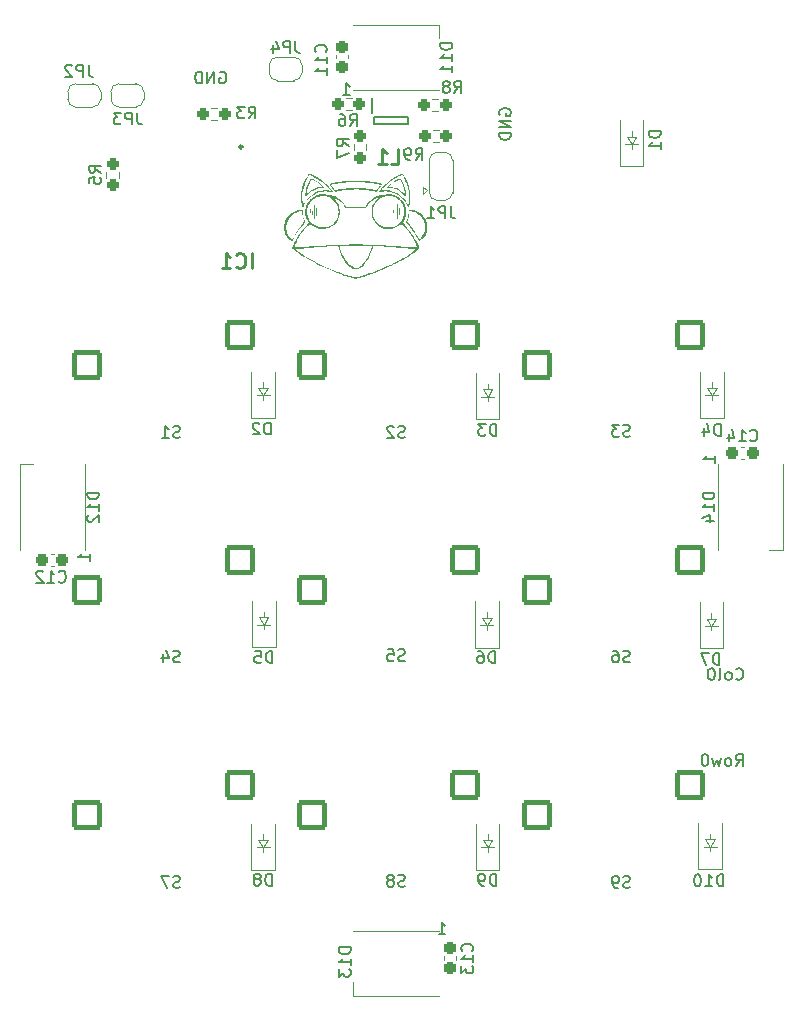
<source format=gbo>
%TF.GenerationSoftware,KiCad,Pcbnew,(6.0.0)*%
%TF.CreationDate,2023-01-01T12:45:23-08:00*%
%TF.ProjectId,keyboard_eval,6b657962-6f61-4726-945f-6576616c2e6b,rev?*%
%TF.SameCoordinates,Original*%
%TF.FileFunction,Legend,Bot*%
%TF.FilePolarity,Positive*%
%FSLAX46Y46*%
G04 Gerber Fmt 4.6, Leading zero omitted, Abs format (unit mm)*
G04 Created by KiCad (PCBNEW (6.0.0)) date 2023-01-01 12:45:23*
%MOMM*%
%LPD*%
G01*
G04 APERTURE LIST*
G04 Aperture macros list*
%AMRoundRect*
0 Rectangle with rounded corners*
0 $1 Rounding radius*
0 $2 $3 $4 $5 $6 $7 $8 $9 X,Y pos of 4 corners*
0 Add a 4 corners polygon primitive as box body*
4,1,4,$2,$3,$4,$5,$6,$7,$8,$9,$2,$3,0*
0 Add four circle primitives for the rounded corners*
1,1,$1+$1,$2,$3*
1,1,$1+$1,$4,$5*
1,1,$1+$1,$6,$7*
1,1,$1+$1,$8,$9*
0 Add four rect primitives between the rounded corners*
20,1,$1+$1,$2,$3,$4,$5,0*
20,1,$1+$1,$4,$5,$6,$7,0*
20,1,$1+$1,$6,$7,$8,$9,0*
20,1,$1+$1,$8,$9,$2,$3,0*%
%AMOutline5P*
0 Free polygon, 5 corners , with rotation*
0 The origin of the aperture is its center*
0 number of corners: always 5*
0 $1 to $10 corner X, Y*
0 $11 Rotation angle, in degrees counterclockwise*
0 create outline with 5 corners*
4,1,5,$1,$2,$3,$4,$5,$6,$7,$8,$9,$10,$1,$2,$11*%
%AMOutline6P*
0 Free polygon, 6 corners , with rotation*
0 The origin of the aperture is its center*
0 number of corners: always 6*
0 $1 to $12 corner X, Y*
0 $13 Rotation angle, in degrees counterclockwise*
0 create outline with 6 corners*
4,1,6,$1,$2,$3,$4,$5,$6,$7,$8,$9,$10,$11,$12,$1,$2,$13*%
%AMOutline7P*
0 Free polygon, 7 corners , with rotation*
0 The origin of the aperture is its center*
0 number of corners: always 7*
0 $1 to $14 corner X, Y*
0 $15 Rotation angle, in degrees counterclockwise*
0 create outline with 7 corners*
4,1,7,$1,$2,$3,$4,$5,$6,$7,$8,$9,$10,$11,$12,$13,$14,$1,$2,$15*%
%AMOutline8P*
0 Free polygon, 8 corners , with rotation*
0 The origin of the aperture is its center*
0 number of corners: always 8*
0 $1 to $16 corner X, Y*
0 $17 Rotation angle, in degrees counterclockwise*
0 create outline with 8 corners*
4,1,8,$1,$2,$3,$4,$5,$6,$7,$8,$9,$10,$11,$12,$13,$14,$15,$16,$1,$2,$17*%
%AMFreePoly0*
4,1,22,0.550000,-0.750000,0.000000,-0.750000,0.000000,-0.745033,-0.079941,-0.743568,-0.215256,-0.701293,-0.333266,-0.622738,-0.424486,-0.514219,-0.481581,-0.384460,-0.499164,-0.250000,-0.500000,-0.250000,-0.500000,0.250000,-0.499164,0.250000,-0.499963,0.256109,-0.478152,0.396186,-0.417904,0.524511,-0.324060,0.630769,-0.204165,0.706417,-0.067858,0.745374,0.000000,0.744959,0.000000,0.750000,
0.550000,0.750000,0.550000,-0.750000,0.550000,-0.750000,$1*%
%AMFreePoly1*
4,1,20,0.000000,0.744959,0.073905,0.744508,0.209726,0.703889,0.328688,0.626782,0.421226,0.519385,0.479903,0.390333,0.500000,0.250000,0.500000,-0.250000,0.499851,-0.262216,0.476331,-0.402017,0.414519,-0.529596,0.319384,-0.634700,0.198574,-0.708877,0.061801,-0.746166,0.000000,-0.745033,0.000000,-0.750000,-0.550000,-0.750000,-0.550000,0.750000,0.000000,0.750000,0.000000,0.744959,
0.000000,0.744959,$1*%
%AMFreePoly2*
4,1,22,0.500000,-0.750000,0.000000,-0.750000,0.000000,-0.745033,-0.079941,-0.743568,-0.215256,-0.701293,-0.333266,-0.622738,-0.424486,-0.514219,-0.481581,-0.384460,-0.499164,-0.250000,-0.500000,-0.250000,-0.500000,0.250000,-0.499164,0.250000,-0.499963,0.256109,-0.478152,0.396186,-0.417904,0.524511,-0.324060,0.630769,-0.204165,0.706417,-0.067858,0.745374,0.000000,0.744959,0.000000,0.750000,
0.500000,0.750000,0.500000,-0.750000,0.500000,-0.750000,$1*%
%AMFreePoly3*
4,1,20,0.000000,0.744959,0.073905,0.744508,0.209726,0.703889,0.328688,0.626782,0.421226,0.519385,0.479903,0.390333,0.500000,0.250000,0.500000,-0.250000,0.499851,-0.262216,0.476331,-0.402017,0.414519,-0.529596,0.319384,-0.634700,0.198574,-0.708877,0.061801,-0.746166,0.000000,-0.745033,0.000000,-0.750000,-0.500000,-0.750000,-0.500000,0.750000,0.000000,0.750000,0.000000,0.744959,
0.000000,0.744959,$1*%
G04 Aperture macros list end*
%ADD10C,0.150000*%
%ADD11C,0.254000*%
%ADD12C,0.100000*%
%ADD13C,0.120000*%
%ADD14C,0.200000*%
%ADD15C,0.250000*%
%ADD16C,3.000000*%
%ADD17C,1.701800*%
%ADD18C,3.987800*%
%ADD19RoundRect,0.200000X-1.075000X-1.050000X1.075000X-1.050000X1.075000X1.050000X-1.075000X1.050000X0*%
%ADD20C,2.600000*%
%ADD21C,3.800000*%
%ADD22R,1.700000X1.700000*%
%ADD23O,1.700000X1.700000*%
%ADD24R,2.000000X2.000000*%
%ADD25C,2.000000*%
%ADD26C,3.200000*%
%ADD27R,1.200000X0.900000*%
%ADD28Outline5P,-0.750000X0.180000X-0.480000X0.450000X0.750000X0.450000X0.750000X-0.450000X-0.750000X-0.450000X180.000000*%
%ADD29R,1.500000X0.900000*%
%ADD30RoundRect,0.237500X-0.300000X-0.237500X0.300000X-0.237500X0.300000X0.237500X-0.300000X0.237500X0*%
%ADD31R,1.500000X1.000000*%
%ADD32R,1.000000X1.500000*%
%ADD33RoundRect,0.237500X0.250000X0.237500X-0.250000X0.237500X-0.250000X-0.237500X0.250000X-0.237500X0*%
%ADD34R,0.600000X1.200000*%
%ADD35RoundRect,0.237500X-0.237500X0.300000X-0.237500X-0.300000X0.237500X-0.300000X0.237500X0.300000X0*%
%ADD36FreePoly0,90.000000*%
%ADD37FreePoly1,90.000000*%
%ADD38FreePoly2,180.000000*%
%ADD39FreePoly3,180.000000*%
%ADD40RoundRect,0.237500X0.237500X-0.250000X0.237500X0.250000X-0.237500X0.250000X-0.237500X-0.250000X0*%
%ADD41RoundRect,0.237500X0.300000X0.237500X-0.300000X0.237500X-0.300000X-0.237500X0.300000X-0.237500X0*%
%ADD42RoundRect,0.237500X0.237500X-0.300000X0.237500X0.300000X-0.237500X0.300000X-0.237500X-0.300000X0*%
%ADD43FreePoly2,0.000000*%
%ADD44FreePoly3,0.000000*%
%ADD45RoundRect,0.237500X-0.237500X0.250000X-0.237500X-0.250000X0.237500X-0.250000X0.237500X0.250000X0*%
%ADD46R,1.475000X0.300000*%
%ADD47R,0.300000X1.475000*%
%ADD48R,4.210000X4.210000*%
G04 APERTURE END LIST*
D10*
X97840952Y-74047142D02*
X97888571Y-74094761D01*
X98031428Y-74142380D01*
X98126666Y-74142380D01*
X98269523Y-74094761D01*
X98364761Y-73999523D01*
X98412380Y-73904285D01*
X98460000Y-73713809D01*
X98460000Y-73570952D01*
X98412380Y-73380476D01*
X98364761Y-73285238D01*
X98269523Y-73190000D01*
X98126666Y-73142380D01*
X98031428Y-73142380D01*
X97888571Y-73190000D01*
X97840952Y-73237619D01*
X97269523Y-74142380D02*
X97364761Y-74094761D01*
X97412380Y-74047142D01*
X97460000Y-73951904D01*
X97460000Y-73666190D01*
X97412380Y-73570952D01*
X97364761Y-73523333D01*
X97269523Y-73475714D01*
X97126666Y-73475714D01*
X97031428Y-73523333D01*
X96983809Y-73570952D01*
X96936190Y-73666190D01*
X96936190Y-73951904D01*
X96983809Y-74047142D01*
X97031428Y-74094761D01*
X97126666Y-74142380D01*
X97269523Y-74142380D01*
X96364761Y-74142380D02*
X96460000Y-74094761D01*
X96507619Y-73999523D01*
X96507619Y-73142380D01*
X95793333Y-73142380D02*
X95698095Y-73142380D01*
X95602857Y-73190000D01*
X95555238Y-73237619D01*
X95507619Y-73332857D01*
X95460000Y-73523333D01*
X95460000Y-73761428D01*
X95507619Y-73951904D01*
X95555238Y-74047142D01*
X95602857Y-74094761D01*
X95698095Y-74142380D01*
X95793333Y-74142380D01*
X95888571Y-74094761D01*
X95936190Y-74047142D01*
X95983809Y-73951904D01*
X96031428Y-73761428D01*
X96031428Y-73523333D01*
X95983809Y-73332857D01*
X95936190Y-73237619D01*
X95888571Y-73190000D01*
X95793333Y-73142380D01*
X77820000Y-26308095D02*
X77772380Y-26212857D01*
X77772380Y-26070000D01*
X77820000Y-25927142D01*
X77915238Y-25831904D01*
X78010476Y-25784285D01*
X78200952Y-25736666D01*
X78343809Y-25736666D01*
X78534285Y-25784285D01*
X78629523Y-25831904D01*
X78724761Y-25927142D01*
X78772380Y-26070000D01*
X78772380Y-26165238D01*
X78724761Y-26308095D01*
X78677142Y-26355714D01*
X78343809Y-26355714D01*
X78343809Y-26165238D01*
X78772380Y-26784285D02*
X77772380Y-26784285D01*
X78772380Y-27355714D01*
X77772380Y-27355714D01*
X78772380Y-27831904D02*
X77772380Y-27831904D01*
X77772380Y-28070000D01*
X77820000Y-28212857D01*
X77915238Y-28308095D01*
X78010476Y-28355714D01*
X78200952Y-28403333D01*
X78343809Y-28403333D01*
X78534285Y-28355714D01*
X78629523Y-28308095D01*
X78724761Y-28212857D01*
X78772380Y-28070000D01*
X78772380Y-27831904D01*
X97822857Y-81432380D02*
X98156190Y-80956190D01*
X98394285Y-81432380D02*
X98394285Y-80432380D01*
X98013333Y-80432380D01*
X97918095Y-80480000D01*
X97870476Y-80527619D01*
X97822857Y-80622857D01*
X97822857Y-80765714D01*
X97870476Y-80860952D01*
X97918095Y-80908571D01*
X98013333Y-80956190D01*
X98394285Y-80956190D01*
X97251428Y-81432380D02*
X97346666Y-81384761D01*
X97394285Y-81337142D01*
X97441904Y-81241904D01*
X97441904Y-80956190D01*
X97394285Y-80860952D01*
X97346666Y-80813333D01*
X97251428Y-80765714D01*
X97108571Y-80765714D01*
X97013333Y-80813333D01*
X96965714Y-80860952D01*
X96918095Y-80956190D01*
X96918095Y-81241904D01*
X96965714Y-81337142D01*
X97013333Y-81384761D01*
X97108571Y-81432380D01*
X97251428Y-81432380D01*
X96584761Y-80765714D02*
X96394285Y-81432380D01*
X96203809Y-80956190D01*
X96013333Y-81432380D01*
X95822857Y-80765714D01*
X95251428Y-80432380D02*
X95156190Y-80432380D01*
X95060952Y-80480000D01*
X95013333Y-80527619D01*
X94965714Y-80622857D01*
X94918095Y-80813333D01*
X94918095Y-81051428D01*
X94965714Y-81241904D01*
X95013333Y-81337142D01*
X95060952Y-81384761D01*
X95156190Y-81432380D01*
X95251428Y-81432380D01*
X95346666Y-81384761D01*
X95394285Y-81337142D01*
X95441904Y-81241904D01*
X95489523Y-81051428D01*
X95489523Y-80813333D01*
X95441904Y-80622857D01*
X95394285Y-80527619D01*
X95346666Y-80480000D01*
X95251428Y-80432380D01*
X54121904Y-22690000D02*
X54217142Y-22642380D01*
X54360000Y-22642380D01*
X54502857Y-22690000D01*
X54598095Y-22785238D01*
X54645714Y-22880476D01*
X54693333Y-23070952D01*
X54693333Y-23213809D01*
X54645714Y-23404285D01*
X54598095Y-23499523D01*
X54502857Y-23594761D01*
X54360000Y-23642380D01*
X54264761Y-23642380D01*
X54121904Y-23594761D01*
X54074285Y-23547142D01*
X54074285Y-23213809D01*
X54264761Y-23213809D01*
X53645714Y-23642380D02*
X53645714Y-22642380D01*
X53074285Y-23642380D01*
X53074285Y-22642380D01*
X52598095Y-23642380D02*
X52598095Y-22642380D01*
X52360000Y-22642380D01*
X52217142Y-22690000D01*
X52121904Y-22785238D01*
X52074285Y-22880476D01*
X52026666Y-23070952D01*
X52026666Y-23213809D01*
X52074285Y-23404285D01*
X52121904Y-23499523D01*
X52217142Y-23594761D01*
X52360000Y-23642380D01*
X52598095Y-23642380D01*
%TO.C,D10*%
X96764285Y-91602380D02*
X96764285Y-90602380D01*
X96526190Y-90602380D01*
X96383333Y-90650000D01*
X96288095Y-90745238D01*
X96240476Y-90840476D01*
X96192857Y-91030952D01*
X96192857Y-91173809D01*
X96240476Y-91364285D01*
X96288095Y-91459523D01*
X96383333Y-91554761D01*
X96526190Y-91602380D01*
X96764285Y-91602380D01*
X95240476Y-91602380D02*
X95811904Y-91602380D01*
X95526190Y-91602380D02*
X95526190Y-90602380D01*
X95621428Y-90745238D01*
X95716666Y-90840476D01*
X95811904Y-90888095D01*
X94621428Y-90602380D02*
X94526190Y-90602380D01*
X94430952Y-90650000D01*
X94383333Y-90697619D01*
X94335714Y-90792857D01*
X94288095Y-90983333D01*
X94288095Y-91221428D01*
X94335714Y-91411904D01*
X94383333Y-91507142D01*
X94430952Y-91554761D01*
X94526190Y-91602380D01*
X94621428Y-91602380D01*
X94716666Y-91554761D01*
X94764285Y-91507142D01*
X94811904Y-91411904D01*
X94859523Y-91221428D01*
X94859523Y-90983333D01*
X94811904Y-90792857D01*
X94764285Y-90697619D01*
X94716666Y-90650000D01*
X94621428Y-90602380D01*
%TO.C,S7*%
X50761904Y-91704761D02*
X50619047Y-91752380D01*
X50380952Y-91752380D01*
X50285714Y-91704761D01*
X50238095Y-91657142D01*
X50190476Y-91561904D01*
X50190476Y-91466666D01*
X50238095Y-91371428D01*
X50285714Y-91323809D01*
X50380952Y-91276190D01*
X50571428Y-91228571D01*
X50666666Y-91180952D01*
X50714285Y-91133333D01*
X50761904Y-91038095D01*
X50761904Y-90942857D01*
X50714285Y-90847619D01*
X50666666Y-90800000D01*
X50571428Y-90752380D01*
X50333333Y-90752380D01*
X50190476Y-90800000D01*
X49857142Y-90752380D02*
X49190476Y-90752380D01*
X49619047Y-91752380D01*
%TO.C,C14*%
X99030357Y-53857142D02*
X99077976Y-53904761D01*
X99220833Y-53952380D01*
X99316071Y-53952380D01*
X99458928Y-53904761D01*
X99554166Y-53809523D01*
X99601785Y-53714285D01*
X99649404Y-53523809D01*
X99649404Y-53380952D01*
X99601785Y-53190476D01*
X99554166Y-53095238D01*
X99458928Y-53000000D01*
X99316071Y-52952380D01*
X99220833Y-52952380D01*
X99077976Y-53000000D01*
X99030357Y-53047619D01*
X98077976Y-53952380D02*
X98649404Y-53952380D01*
X98363690Y-53952380D02*
X98363690Y-52952380D01*
X98458928Y-53095238D01*
X98554166Y-53190476D01*
X98649404Y-53238095D01*
X97220833Y-53285714D02*
X97220833Y-53952380D01*
X97458928Y-52904761D02*
X97697023Y-53619047D01*
X97077976Y-53619047D01*
%TO.C,D13*%
X65202380Y-96785714D02*
X64202380Y-96785714D01*
X64202380Y-97023809D01*
X64250000Y-97166666D01*
X64345238Y-97261904D01*
X64440476Y-97309523D01*
X64630952Y-97357142D01*
X64773809Y-97357142D01*
X64964285Y-97309523D01*
X65059523Y-97261904D01*
X65154761Y-97166666D01*
X65202380Y-97023809D01*
X65202380Y-96785714D01*
X65202380Y-98309523D02*
X65202380Y-97738095D01*
X65202380Y-98023809D02*
X64202380Y-98023809D01*
X64345238Y-97928571D01*
X64440476Y-97833333D01*
X64488095Y-97738095D01*
X64202380Y-98642857D02*
X64202380Y-99261904D01*
X64583333Y-98928571D01*
X64583333Y-99071428D01*
X64630952Y-99166666D01*
X64678571Y-99214285D01*
X64773809Y-99261904D01*
X65011904Y-99261904D01*
X65107142Y-99214285D01*
X65154761Y-99166666D01*
X65202380Y-99071428D01*
X65202380Y-98785714D01*
X65154761Y-98690476D01*
X65107142Y-98642857D01*
X72664285Y-95652380D02*
X73235714Y-95652380D01*
X72950000Y-95652380D02*
X72950000Y-94652380D01*
X73045238Y-94795238D01*
X73140476Y-94890476D01*
X73235714Y-94938095D01*
%TO.C,D9*%
X77538095Y-91552380D02*
X77538095Y-90552380D01*
X77300000Y-90552380D01*
X77157142Y-90600000D01*
X77061904Y-90695238D01*
X77014285Y-90790476D01*
X76966666Y-90980952D01*
X76966666Y-91123809D01*
X77014285Y-91314285D01*
X77061904Y-91409523D01*
X77157142Y-91504761D01*
X77300000Y-91552380D01*
X77538095Y-91552380D01*
X76490476Y-91552380D02*
X76300000Y-91552380D01*
X76204761Y-91504761D01*
X76157142Y-91457142D01*
X76061904Y-91314285D01*
X76014285Y-91123809D01*
X76014285Y-90742857D01*
X76061904Y-90647619D01*
X76109523Y-90600000D01*
X76204761Y-90552380D01*
X76395238Y-90552380D01*
X76490476Y-90600000D01*
X76538095Y-90647619D01*
X76585714Y-90742857D01*
X76585714Y-90980952D01*
X76538095Y-91076190D01*
X76490476Y-91123809D01*
X76395238Y-91171428D01*
X76204761Y-91171428D01*
X76109523Y-91123809D01*
X76061904Y-91076190D01*
X76014285Y-90980952D01*
%TO.C,D12*%
X43902380Y-58285714D02*
X42902380Y-58285714D01*
X42902380Y-58523809D01*
X42950000Y-58666666D01*
X43045238Y-58761904D01*
X43140476Y-58809523D01*
X43330952Y-58857142D01*
X43473809Y-58857142D01*
X43664285Y-58809523D01*
X43759523Y-58761904D01*
X43854761Y-58666666D01*
X43902380Y-58523809D01*
X43902380Y-58285714D01*
X43902380Y-59809523D02*
X43902380Y-59238095D01*
X43902380Y-59523809D02*
X42902380Y-59523809D01*
X43045238Y-59428571D01*
X43140476Y-59333333D01*
X43188095Y-59238095D01*
X42997619Y-60190476D02*
X42950000Y-60238095D01*
X42902380Y-60333333D01*
X42902380Y-60571428D01*
X42950000Y-60666666D01*
X42997619Y-60714285D01*
X43092857Y-60761904D01*
X43188095Y-60761904D01*
X43330952Y-60714285D01*
X43902380Y-60142857D01*
X43902380Y-60761904D01*
X43102380Y-64035714D02*
X43102380Y-63464285D01*
X43102380Y-63750000D02*
X42102380Y-63750000D01*
X42245238Y-63654761D01*
X42340476Y-63559523D01*
X42388095Y-63464285D01*
%TO.C,D2*%
X58438095Y-53352380D02*
X58438095Y-52352380D01*
X58200000Y-52352380D01*
X58057142Y-52400000D01*
X57961904Y-52495238D01*
X57914285Y-52590476D01*
X57866666Y-52780952D01*
X57866666Y-52923809D01*
X57914285Y-53114285D01*
X57961904Y-53209523D01*
X58057142Y-53304761D01*
X58200000Y-53352380D01*
X58438095Y-53352380D01*
X57485714Y-52447619D02*
X57438095Y-52400000D01*
X57342857Y-52352380D01*
X57104761Y-52352380D01*
X57009523Y-52400000D01*
X56961904Y-52447619D01*
X56914285Y-52542857D01*
X56914285Y-52638095D01*
X56961904Y-52780952D01*
X57533333Y-53352380D01*
X56914285Y-53352380D01*
%TO.C,D7*%
X96438095Y-72852380D02*
X96438095Y-71852380D01*
X96200000Y-71852380D01*
X96057142Y-71900000D01*
X95961904Y-71995238D01*
X95914285Y-72090476D01*
X95866666Y-72280952D01*
X95866666Y-72423809D01*
X95914285Y-72614285D01*
X95961904Y-72709523D01*
X96057142Y-72804761D01*
X96200000Y-72852380D01*
X96438095Y-72852380D01*
X95533333Y-71852380D02*
X94866666Y-71852380D01*
X95295238Y-72852380D01*
%TO.C,R8*%
X73966666Y-24452380D02*
X74300000Y-23976190D01*
X74538095Y-24452380D02*
X74538095Y-23452380D01*
X74157142Y-23452380D01*
X74061904Y-23500000D01*
X74014285Y-23547619D01*
X73966666Y-23642857D01*
X73966666Y-23785714D01*
X74014285Y-23880952D01*
X74061904Y-23928571D01*
X74157142Y-23976190D01*
X74538095Y-23976190D01*
X73395238Y-23880952D02*
X73490476Y-23833333D01*
X73538095Y-23785714D01*
X73585714Y-23690476D01*
X73585714Y-23642857D01*
X73538095Y-23547619D01*
X73490476Y-23500000D01*
X73395238Y-23452380D01*
X73204761Y-23452380D01*
X73109523Y-23500000D01*
X73061904Y-23547619D01*
X73014285Y-23642857D01*
X73014285Y-23690476D01*
X73061904Y-23785714D01*
X73109523Y-23833333D01*
X73204761Y-23880952D01*
X73395238Y-23880952D01*
X73490476Y-23928571D01*
X73538095Y-23976190D01*
X73585714Y-24071428D01*
X73585714Y-24261904D01*
X73538095Y-24357142D01*
X73490476Y-24404761D01*
X73395238Y-24452380D01*
X73204761Y-24452380D01*
X73109523Y-24404761D01*
X73061904Y-24357142D01*
X73014285Y-24261904D01*
X73014285Y-24071428D01*
X73061904Y-23976190D01*
X73109523Y-23928571D01*
X73204761Y-23880952D01*
D11*
%TO.C,L1*%
X68611666Y-30424523D02*
X69216428Y-30424523D01*
X69216428Y-29154523D01*
X67523095Y-30424523D02*
X68248809Y-30424523D01*
X67885952Y-30424523D02*
X67885952Y-29154523D01*
X68006904Y-29335952D01*
X68127857Y-29456904D01*
X68248809Y-29517380D01*
D10*
%TO.C,C13*%
X75482142Y-97082142D02*
X75529761Y-97034523D01*
X75577380Y-96891666D01*
X75577380Y-96796428D01*
X75529761Y-96653571D01*
X75434523Y-96558333D01*
X75339285Y-96510714D01*
X75148809Y-96463095D01*
X75005952Y-96463095D01*
X74815476Y-96510714D01*
X74720238Y-96558333D01*
X74625000Y-96653571D01*
X74577380Y-96796428D01*
X74577380Y-96891666D01*
X74625000Y-97034523D01*
X74672619Y-97082142D01*
X75577380Y-98034523D02*
X75577380Y-97463095D01*
X75577380Y-97748809D02*
X74577380Y-97748809D01*
X74720238Y-97653571D01*
X74815476Y-97558333D01*
X74863095Y-97463095D01*
X74577380Y-98367857D02*
X74577380Y-98986904D01*
X74958333Y-98653571D01*
X74958333Y-98796428D01*
X75005952Y-98891666D01*
X75053571Y-98939285D01*
X75148809Y-98986904D01*
X75386904Y-98986904D01*
X75482142Y-98939285D01*
X75529761Y-98891666D01*
X75577380Y-98796428D01*
X75577380Y-98510714D01*
X75529761Y-98415476D01*
X75482142Y-98367857D01*
%TO.C,S5*%
X69811904Y-72504761D02*
X69669047Y-72552380D01*
X69430952Y-72552380D01*
X69335714Y-72504761D01*
X69288095Y-72457142D01*
X69240476Y-72361904D01*
X69240476Y-72266666D01*
X69288095Y-72171428D01*
X69335714Y-72123809D01*
X69430952Y-72076190D01*
X69621428Y-72028571D01*
X69716666Y-71980952D01*
X69764285Y-71933333D01*
X69811904Y-71838095D01*
X69811904Y-71742857D01*
X69764285Y-71647619D01*
X69716666Y-71600000D01*
X69621428Y-71552380D01*
X69383333Y-71552380D01*
X69240476Y-71600000D01*
X68335714Y-71552380D02*
X68811904Y-71552380D01*
X68859523Y-72028571D01*
X68811904Y-71980952D01*
X68716666Y-71933333D01*
X68478571Y-71933333D01*
X68383333Y-71980952D01*
X68335714Y-72028571D01*
X68288095Y-72123809D01*
X68288095Y-72361904D01*
X68335714Y-72457142D01*
X68383333Y-72504761D01*
X68478571Y-72552380D01*
X68716666Y-72552380D01*
X68811904Y-72504761D01*
X68859523Y-72457142D01*
%TO.C,S4*%
X50761904Y-72604761D02*
X50619047Y-72652380D01*
X50380952Y-72652380D01*
X50285714Y-72604761D01*
X50238095Y-72557142D01*
X50190476Y-72461904D01*
X50190476Y-72366666D01*
X50238095Y-72271428D01*
X50285714Y-72223809D01*
X50380952Y-72176190D01*
X50571428Y-72128571D01*
X50666666Y-72080952D01*
X50714285Y-72033333D01*
X50761904Y-71938095D01*
X50761904Y-71842857D01*
X50714285Y-71747619D01*
X50666666Y-71700000D01*
X50571428Y-71652380D01*
X50333333Y-71652380D01*
X50190476Y-71700000D01*
X49333333Y-71985714D02*
X49333333Y-72652380D01*
X49571428Y-71604761D02*
X49809523Y-72319047D01*
X49190476Y-72319047D01*
%TO.C,D14*%
X96002380Y-58285714D02*
X95002380Y-58285714D01*
X95002380Y-58523809D01*
X95050000Y-58666666D01*
X95145238Y-58761904D01*
X95240476Y-58809523D01*
X95430952Y-58857142D01*
X95573809Y-58857142D01*
X95764285Y-58809523D01*
X95859523Y-58761904D01*
X95954761Y-58666666D01*
X96002380Y-58523809D01*
X96002380Y-58285714D01*
X96002380Y-59809523D02*
X96002380Y-59238095D01*
X96002380Y-59523809D02*
X95002380Y-59523809D01*
X95145238Y-59428571D01*
X95240476Y-59333333D01*
X95288095Y-59238095D01*
X95335714Y-60666666D02*
X96002380Y-60666666D01*
X94954761Y-60428571D02*
X95669047Y-60190476D01*
X95669047Y-60809523D01*
X96052380Y-55735714D02*
X96052380Y-55164285D01*
X96052380Y-55450000D02*
X95052380Y-55450000D01*
X95195238Y-55354761D01*
X95290476Y-55259523D01*
X95338095Y-55164285D01*
%TO.C,R6*%
X65136666Y-27242380D02*
X65470000Y-26766190D01*
X65708095Y-27242380D02*
X65708095Y-26242380D01*
X65327142Y-26242380D01*
X65231904Y-26290000D01*
X65184285Y-26337619D01*
X65136666Y-26432857D01*
X65136666Y-26575714D01*
X65184285Y-26670952D01*
X65231904Y-26718571D01*
X65327142Y-26766190D01*
X65708095Y-26766190D01*
X64279523Y-26242380D02*
X64470000Y-26242380D01*
X64565238Y-26290000D01*
X64612857Y-26337619D01*
X64708095Y-26480476D01*
X64755714Y-26670952D01*
X64755714Y-27051904D01*
X64708095Y-27147142D01*
X64660476Y-27194761D01*
X64565238Y-27242380D01*
X64374761Y-27242380D01*
X64279523Y-27194761D01*
X64231904Y-27147142D01*
X64184285Y-27051904D01*
X64184285Y-26813809D01*
X64231904Y-26718571D01*
X64279523Y-26670952D01*
X64374761Y-26623333D01*
X64565238Y-26623333D01*
X64660476Y-26670952D01*
X64708095Y-26718571D01*
X64755714Y-26813809D01*
%TO.C,S3*%
X88861904Y-53504761D02*
X88719047Y-53552380D01*
X88480952Y-53552380D01*
X88385714Y-53504761D01*
X88338095Y-53457142D01*
X88290476Y-53361904D01*
X88290476Y-53266666D01*
X88338095Y-53171428D01*
X88385714Y-53123809D01*
X88480952Y-53076190D01*
X88671428Y-53028571D01*
X88766666Y-52980952D01*
X88814285Y-52933333D01*
X88861904Y-52838095D01*
X88861904Y-52742857D01*
X88814285Y-52647619D01*
X88766666Y-52600000D01*
X88671428Y-52552380D01*
X88433333Y-52552380D01*
X88290476Y-52600000D01*
X87957142Y-52552380D02*
X87338095Y-52552380D01*
X87671428Y-52933333D01*
X87528571Y-52933333D01*
X87433333Y-52980952D01*
X87385714Y-53028571D01*
X87338095Y-53123809D01*
X87338095Y-53361904D01*
X87385714Y-53457142D01*
X87433333Y-53504761D01*
X87528571Y-53552380D01*
X87814285Y-53552380D01*
X87909523Y-53504761D01*
X87957142Y-53457142D01*
%TO.C,S2*%
X69811904Y-53604761D02*
X69669047Y-53652380D01*
X69430952Y-53652380D01*
X69335714Y-53604761D01*
X69288095Y-53557142D01*
X69240476Y-53461904D01*
X69240476Y-53366666D01*
X69288095Y-53271428D01*
X69335714Y-53223809D01*
X69430952Y-53176190D01*
X69621428Y-53128571D01*
X69716666Y-53080952D01*
X69764285Y-53033333D01*
X69811904Y-52938095D01*
X69811904Y-52842857D01*
X69764285Y-52747619D01*
X69716666Y-52700000D01*
X69621428Y-52652380D01*
X69383333Y-52652380D01*
X69240476Y-52700000D01*
X68859523Y-52747619D02*
X68811904Y-52700000D01*
X68716666Y-52652380D01*
X68478571Y-52652380D01*
X68383333Y-52700000D01*
X68335714Y-52747619D01*
X68288095Y-52842857D01*
X68288095Y-52938095D01*
X68335714Y-53080952D01*
X68907142Y-53652380D01*
X68288095Y-53652380D01*
%TO.C,S9*%
X88861904Y-91704761D02*
X88719047Y-91752380D01*
X88480952Y-91752380D01*
X88385714Y-91704761D01*
X88338095Y-91657142D01*
X88290476Y-91561904D01*
X88290476Y-91466666D01*
X88338095Y-91371428D01*
X88385714Y-91323809D01*
X88480952Y-91276190D01*
X88671428Y-91228571D01*
X88766666Y-91180952D01*
X88814285Y-91133333D01*
X88861904Y-91038095D01*
X88861904Y-90942857D01*
X88814285Y-90847619D01*
X88766666Y-90800000D01*
X88671428Y-90752380D01*
X88433333Y-90752380D01*
X88290476Y-90800000D01*
X87814285Y-91752380D02*
X87623809Y-91752380D01*
X87528571Y-91704761D01*
X87480952Y-91657142D01*
X87385714Y-91514285D01*
X87338095Y-91323809D01*
X87338095Y-90942857D01*
X87385714Y-90847619D01*
X87433333Y-90800000D01*
X87528571Y-90752380D01*
X87719047Y-90752380D01*
X87814285Y-90800000D01*
X87861904Y-90847619D01*
X87909523Y-90942857D01*
X87909523Y-91180952D01*
X87861904Y-91276190D01*
X87814285Y-91323809D01*
X87719047Y-91371428D01*
X87528571Y-91371428D01*
X87433333Y-91323809D01*
X87385714Y-91276190D01*
X87338095Y-91180952D01*
%TO.C,S1*%
X50761904Y-53604761D02*
X50619047Y-53652380D01*
X50380952Y-53652380D01*
X50285714Y-53604761D01*
X50238095Y-53557142D01*
X50190476Y-53461904D01*
X50190476Y-53366666D01*
X50238095Y-53271428D01*
X50285714Y-53223809D01*
X50380952Y-53176190D01*
X50571428Y-53128571D01*
X50666666Y-53080952D01*
X50714285Y-53033333D01*
X50761904Y-52938095D01*
X50761904Y-52842857D01*
X50714285Y-52747619D01*
X50666666Y-52700000D01*
X50571428Y-52652380D01*
X50333333Y-52652380D01*
X50190476Y-52700000D01*
X49238095Y-53652380D02*
X49809523Y-53652380D01*
X49523809Y-53652380D02*
X49523809Y-52652380D01*
X49619047Y-52795238D01*
X49714285Y-52890476D01*
X49809523Y-52938095D01*
%TO.C,JP1*%
X73690833Y-34052380D02*
X73690833Y-34766666D01*
X73738452Y-34909523D01*
X73833690Y-35004761D01*
X73976547Y-35052380D01*
X74071785Y-35052380D01*
X73214642Y-35052380D02*
X73214642Y-34052380D01*
X72833690Y-34052380D01*
X72738452Y-34100000D01*
X72690833Y-34147619D01*
X72643214Y-34242857D01*
X72643214Y-34385714D01*
X72690833Y-34480952D01*
X72738452Y-34528571D01*
X72833690Y-34576190D01*
X73214642Y-34576190D01*
X71690833Y-35052380D02*
X72262261Y-35052380D01*
X71976547Y-35052380D02*
X71976547Y-34052380D01*
X72071785Y-34195238D01*
X72167023Y-34290476D01*
X72262261Y-34338095D01*
%TO.C,JP4*%
X60533333Y-20052380D02*
X60533333Y-20766666D01*
X60580952Y-20909523D01*
X60676190Y-21004761D01*
X60819047Y-21052380D01*
X60914285Y-21052380D01*
X60057142Y-21052380D02*
X60057142Y-20052380D01*
X59676190Y-20052380D01*
X59580952Y-20100000D01*
X59533333Y-20147619D01*
X59485714Y-20242857D01*
X59485714Y-20385714D01*
X59533333Y-20480952D01*
X59580952Y-20528571D01*
X59676190Y-20576190D01*
X60057142Y-20576190D01*
X58628571Y-20385714D02*
X58628571Y-21052380D01*
X58866666Y-20004761D02*
X59104761Y-20719047D01*
X58485714Y-20719047D01*
%TO.C,R7*%
X65032380Y-28943333D02*
X64556190Y-28610000D01*
X65032380Y-28371904D02*
X64032380Y-28371904D01*
X64032380Y-28752857D01*
X64080000Y-28848095D01*
X64127619Y-28895714D01*
X64222857Y-28943333D01*
X64365714Y-28943333D01*
X64460952Y-28895714D01*
X64508571Y-28848095D01*
X64556190Y-28752857D01*
X64556190Y-28371904D01*
X64032380Y-29276666D02*
X64032380Y-29943333D01*
X65032380Y-29514761D01*
%TO.C,C12*%
X40492857Y-65807142D02*
X40540476Y-65854761D01*
X40683333Y-65902380D01*
X40778571Y-65902380D01*
X40921428Y-65854761D01*
X41016666Y-65759523D01*
X41064285Y-65664285D01*
X41111904Y-65473809D01*
X41111904Y-65330952D01*
X41064285Y-65140476D01*
X41016666Y-65045238D01*
X40921428Y-64950000D01*
X40778571Y-64902380D01*
X40683333Y-64902380D01*
X40540476Y-64950000D01*
X40492857Y-64997619D01*
X39540476Y-65902380D02*
X40111904Y-65902380D01*
X39826190Y-65902380D02*
X39826190Y-64902380D01*
X39921428Y-65045238D01*
X40016666Y-65140476D01*
X40111904Y-65188095D01*
X39159523Y-64997619D02*
X39111904Y-64950000D01*
X39016666Y-64902380D01*
X38778571Y-64902380D01*
X38683333Y-64950000D01*
X38635714Y-64997619D01*
X38588095Y-65092857D01*
X38588095Y-65188095D01*
X38635714Y-65330952D01*
X39207142Y-65902380D01*
X38588095Y-65902380D01*
%TO.C,R3*%
X56566666Y-26602380D02*
X56900000Y-26126190D01*
X57138095Y-26602380D02*
X57138095Y-25602380D01*
X56757142Y-25602380D01*
X56661904Y-25650000D01*
X56614285Y-25697619D01*
X56566666Y-25792857D01*
X56566666Y-25935714D01*
X56614285Y-26030952D01*
X56661904Y-26078571D01*
X56757142Y-26126190D01*
X57138095Y-26126190D01*
X56233333Y-25602380D02*
X55614285Y-25602380D01*
X55947619Y-25983333D01*
X55804761Y-25983333D01*
X55709523Y-26030952D01*
X55661904Y-26078571D01*
X55614285Y-26173809D01*
X55614285Y-26411904D01*
X55661904Y-26507142D01*
X55709523Y-26554761D01*
X55804761Y-26602380D01*
X56090476Y-26602380D01*
X56185714Y-26554761D01*
X56233333Y-26507142D01*
%TO.C,C11*%
X63082142Y-20982142D02*
X63129761Y-20934523D01*
X63177380Y-20791666D01*
X63177380Y-20696428D01*
X63129761Y-20553571D01*
X63034523Y-20458333D01*
X62939285Y-20410714D01*
X62748809Y-20363095D01*
X62605952Y-20363095D01*
X62415476Y-20410714D01*
X62320238Y-20458333D01*
X62225000Y-20553571D01*
X62177380Y-20696428D01*
X62177380Y-20791666D01*
X62225000Y-20934523D01*
X62272619Y-20982142D01*
X63177380Y-21934523D02*
X63177380Y-21363095D01*
X63177380Y-21648809D02*
X62177380Y-21648809D01*
X62320238Y-21553571D01*
X62415476Y-21458333D01*
X62463095Y-21363095D01*
X63177380Y-22886904D02*
X63177380Y-22315476D01*
X63177380Y-22601190D02*
X62177380Y-22601190D01*
X62320238Y-22505952D01*
X62415476Y-22410714D01*
X62463095Y-22315476D01*
%TO.C,D1*%
X91452380Y-27661904D02*
X90452380Y-27661904D01*
X90452380Y-27900000D01*
X90500000Y-28042857D01*
X90595238Y-28138095D01*
X90690476Y-28185714D01*
X90880952Y-28233333D01*
X91023809Y-28233333D01*
X91214285Y-28185714D01*
X91309523Y-28138095D01*
X91404761Y-28042857D01*
X91452380Y-27900000D01*
X91452380Y-27661904D01*
X91452380Y-29185714D02*
X91452380Y-28614285D01*
X91452380Y-28900000D02*
X90452380Y-28900000D01*
X90595238Y-28804761D01*
X90690476Y-28709523D01*
X90738095Y-28614285D01*
%TO.C,JP2*%
X43033333Y-22052380D02*
X43033333Y-22766666D01*
X43080952Y-22909523D01*
X43176190Y-23004761D01*
X43319047Y-23052380D01*
X43414285Y-23052380D01*
X42557142Y-23052380D02*
X42557142Y-22052380D01*
X42176190Y-22052380D01*
X42080952Y-22100000D01*
X42033333Y-22147619D01*
X41985714Y-22242857D01*
X41985714Y-22385714D01*
X42033333Y-22480952D01*
X42080952Y-22528571D01*
X42176190Y-22576190D01*
X42557142Y-22576190D01*
X41604761Y-22147619D02*
X41557142Y-22100000D01*
X41461904Y-22052380D01*
X41223809Y-22052380D01*
X41128571Y-22100000D01*
X41080952Y-22147619D01*
X41033333Y-22242857D01*
X41033333Y-22338095D01*
X41080952Y-22480952D01*
X41652380Y-23052380D01*
X41033333Y-23052380D01*
%TO.C,R9*%
X70716666Y-30102380D02*
X71050000Y-29626190D01*
X71288095Y-30102380D02*
X71288095Y-29102380D01*
X70907142Y-29102380D01*
X70811904Y-29150000D01*
X70764285Y-29197619D01*
X70716666Y-29292857D01*
X70716666Y-29435714D01*
X70764285Y-29530952D01*
X70811904Y-29578571D01*
X70907142Y-29626190D01*
X71288095Y-29626190D01*
X70240476Y-30102380D02*
X70050000Y-30102380D01*
X69954761Y-30054761D01*
X69907142Y-30007142D01*
X69811904Y-29864285D01*
X69764285Y-29673809D01*
X69764285Y-29292857D01*
X69811904Y-29197619D01*
X69859523Y-29150000D01*
X69954761Y-29102380D01*
X70145238Y-29102380D01*
X70240476Y-29150000D01*
X70288095Y-29197619D01*
X70335714Y-29292857D01*
X70335714Y-29530952D01*
X70288095Y-29626190D01*
X70240476Y-29673809D01*
X70145238Y-29721428D01*
X69954761Y-29721428D01*
X69859523Y-29673809D01*
X69811904Y-29626190D01*
X69764285Y-29530952D01*
%TO.C,D3*%
X77538095Y-53452380D02*
X77538095Y-52452380D01*
X77300000Y-52452380D01*
X77157142Y-52500000D01*
X77061904Y-52595238D01*
X77014285Y-52690476D01*
X76966666Y-52880952D01*
X76966666Y-53023809D01*
X77014285Y-53214285D01*
X77061904Y-53309523D01*
X77157142Y-53404761D01*
X77300000Y-53452380D01*
X77538095Y-53452380D01*
X76633333Y-52452380D02*
X76014285Y-52452380D01*
X76347619Y-52833333D01*
X76204761Y-52833333D01*
X76109523Y-52880952D01*
X76061904Y-52928571D01*
X76014285Y-53023809D01*
X76014285Y-53261904D01*
X76061904Y-53357142D01*
X76109523Y-53404761D01*
X76204761Y-53452380D01*
X76490476Y-53452380D01*
X76585714Y-53404761D01*
X76633333Y-53357142D01*
%TO.C,S6*%
X88861904Y-72604761D02*
X88719047Y-72652380D01*
X88480952Y-72652380D01*
X88385714Y-72604761D01*
X88338095Y-72557142D01*
X88290476Y-72461904D01*
X88290476Y-72366666D01*
X88338095Y-72271428D01*
X88385714Y-72223809D01*
X88480952Y-72176190D01*
X88671428Y-72128571D01*
X88766666Y-72080952D01*
X88814285Y-72033333D01*
X88861904Y-71938095D01*
X88861904Y-71842857D01*
X88814285Y-71747619D01*
X88766666Y-71700000D01*
X88671428Y-71652380D01*
X88433333Y-71652380D01*
X88290476Y-71700000D01*
X87433333Y-71652380D02*
X87623809Y-71652380D01*
X87719047Y-71700000D01*
X87766666Y-71747619D01*
X87861904Y-71890476D01*
X87909523Y-72080952D01*
X87909523Y-72461904D01*
X87861904Y-72557142D01*
X87814285Y-72604761D01*
X87719047Y-72652380D01*
X87528571Y-72652380D01*
X87433333Y-72604761D01*
X87385714Y-72557142D01*
X87338095Y-72461904D01*
X87338095Y-72223809D01*
X87385714Y-72128571D01*
X87433333Y-72080952D01*
X87528571Y-72033333D01*
X87719047Y-72033333D01*
X87814285Y-72080952D01*
X87861904Y-72128571D01*
X87909523Y-72223809D01*
%TO.C,S8*%
X69811904Y-91604761D02*
X69669047Y-91652380D01*
X69430952Y-91652380D01*
X69335714Y-91604761D01*
X69288095Y-91557142D01*
X69240476Y-91461904D01*
X69240476Y-91366666D01*
X69288095Y-91271428D01*
X69335714Y-91223809D01*
X69430952Y-91176190D01*
X69621428Y-91128571D01*
X69716666Y-91080952D01*
X69764285Y-91033333D01*
X69811904Y-90938095D01*
X69811904Y-90842857D01*
X69764285Y-90747619D01*
X69716666Y-90700000D01*
X69621428Y-90652380D01*
X69383333Y-90652380D01*
X69240476Y-90700000D01*
X68669047Y-91080952D02*
X68764285Y-91033333D01*
X68811904Y-90985714D01*
X68859523Y-90890476D01*
X68859523Y-90842857D01*
X68811904Y-90747619D01*
X68764285Y-90700000D01*
X68669047Y-90652380D01*
X68478571Y-90652380D01*
X68383333Y-90700000D01*
X68335714Y-90747619D01*
X68288095Y-90842857D01*
X68288095Y-90890476D01*
X68335714Y-90985714D01*
X68383333Y-91033333D01*
X68478571Y-91080952D01*
X68669047Y-91080952D01*
X68764285Y-91128571D01*
X68811904Y-91176190D01*
X68859523Y-91271428D01*
X68859523Y-91461904D01*
X68811904Y-91557142D01*
X68764285Y-91604761D01*
X68669047Y-91652380D01*
X68478571Y-91652380D01*
X68383333Y-91604761D01*
X68335714Y-91557142D01*
X68288095Y-91461904D01*
X68288095Y-91271428D01*
X68335714Y-91176190D01*
X68383333Y-91128571D01*
X68478571Y-91080952D01*
%TO.C,D8*%
X58538095Y-91552380D02*
X58538095Y-90552380D01*
X58300000Y-90552380D01*
X58157142Y-90600000D01*
X58061904Y-90695238D01*
X58014285Y-90790476D01*
X57966666Y-90980952D01*
X57966666Y-91123809D01*
X58014285Y-91314285D01*
X58061904Y-91409523D01*
X58157142Y-91504761D01*
X58300000Y-91552380D01*
X58538095Y-91552380D01*
X57395238Y-90980952D02*
X57490476Y-90933333D01*
X57538095Y-90885714D01*
X57585714Y-90790476D01*
X57585714Y-90742857D01*
X57538095Y-90647619D01*
X57490476Y-90600000D01*
X57395238Y-90552380D01*
X57204761Y-90552380D01*
X57109523Y-90600000D01*
X57061904Y-90647619D01*
X57014285Y-90742857D01*
X57014285Y-90790476D01*
X57061904Y-90885714D01*
X57109523Y-90933333D01*
X57204761Y-90980952D01*
X57395238Y-90980952D01*
X57490476Y-91028571D01*
X57538095Y-91076190D01*
X57585714Y-91171428D01*
X57585714Y-91361904D01*
X57538095Y-91457142D01*
X57490476Y-91504761D01*
X57395238Y-91552380D01*
X57204761Y-91552380D01*
X57109523Y-91504761D01*
X57061904Y-91457142D01*
X57014285Y-91361904D01*
X57014285Y-91171428D01*
X57061904Y-91076190D01*
X57109523Y-91028571D01*
X57204761Y-90980952D01*
%TO.C,D6*%
X77438095Y-72702380D02*
X77438095Y-71702380D01*
X77200000Y-71702380D01*
X77057142Y-71750000D01*
X76961904Y-71845238D01*
X76914285Y-71940476D01*
X76866666Y-72130952D01*
X76866666Y-72273809D01*
X76914285Y-72464285D01*
X76961904Y-72559523D01*
X77057142Y-72654761D01*
X77200000Y-72702380D01*
X77438095Y-72702380D01*
X76009523Y-71702380D02*
X76200000Y-71702380D01*
X76295238Y-71750000D01*
X76342857Y-71797619D01*
X76438095Y-71940476D01*
X76485714Y-72130952D01*
X76485714Y-72511904D01*
X76438095Y-72607142D01*
X76390476Y-72654761D01*
X76295238Y-72702380D01*
X76104761Y-72702380D01*
X76009523Y-72654761D01*
X75961904Y-72607142D01*
X75914285Y-72511904D01*
X75914285Y-72273809D01*
X75961904Y-72178571D01*
X76009523Y-72130952D01*
X76104761Y-72083333D01*
X76295238Y-72083333D01*
X76390476Y-72130952D01*
X76438095Y-72178571D01*
X76485714Y-72273809D01*
%TO.C,JP3*%
X47133333Y-26102380D02*
X47133333Y-26816666D01*
X47180952Y-26959523D01*
X47276190Y-27054761D01*
X47419047Y-27102380D01*
X47514285Y-27102380D01*
X46657142Y-27102380D02*
X46657142Y-26102380D01*
X46276190Y-26102380D01*
X46180952Y-26150000D01*
X46133333Y-26197619D01*
X46085714Y-26292857D01*
X46085714Y-26435714D01*
X46133333Y-26530952D01*
X46180952Y-26578571D01*
X46276190Y-26626190D01*
X46657142Y-26626190D01*
X45752380Y-26102380D02*
X45133333Y-26102380D01*
X45466666Y-26483333D01*
X45323809Y-26483333D01*
X45228571Y-26530952D01*
X45180952Y-26578571D01*
X45133333Y-26673809D01*
X45133333Y-26911904D01*
X45180952Y-27007142D01*
X45228571Y-27054761D01*
X45323809Y-27102380D01*
X45609523Y-27102380D01*
X45704761Y-27054761D01*
X45752380Y-27007142D01*
%TO.C,R5*%
X44072380Y-31183333D02*
X43596190Y-30850000D01*
X44072380Y-30611904D02*
X43072380Y-30611904D01*
X43072380Y-30992857D01*
X43120000Y-31088095D01*
X43167619Y-31135714D01*
X43262857Y-31183333D01*
X43405714Y-31183333D01*
X43500952Y-31135714D01*
X43548571Y-31088095D01*
X43596190Y-30992857D01*
X43596190Y-30611904D01*
X43072380Y-32088095D02*
X43072380Y-31611904D01*
X43548571Y-31564285D01*
X43500952Y-31611904D01*
X43453333Y-31707142D01*
X43453333Y-31945238D01*
X43500952Y-32040476D01*
X43548571Y-32088095D01*
X43643809Y-32135714D01*
X43881904Y-32135714D01*
X43977142Y-32088095D01*
X44024761Y-32040476D01*
X44072380Y-31945238D01*
X44072380Y-31707142D01*
X44024761Y-31611904D01*
X43977142Y-31564285D01*
%TO.C,D4*%
X96538095Y-53452380D02*
X96538095Y-52452380D01*
X96300000Y-52452380D01*
X96157142Y-52500000D01*
X96061904Y-52595238D01*
X96014285Y-52690476D01*
X95966666Y-52880952D01*
X95966666Y-53023809D01*
X96014285Y-53214285D01*
X96061904Y-53309523D01*
X96157142Y-53404761D01*
X96300000Y-53452380D01*
X96538095Y-53452380D01*
X95109523Y-52785714D02*
X95109523Y-53452380D01*
X95347619Y-52404761D02*
X95585714Y-53119047D01*
X94966666Y-53119047D01*
%TO.C,D11*%
X73802380Y-20235714D02*
X72802380Y-20235714D01*
X72802380Y-20473809D01*
X72850000Y-20616666D01*
X72945238Y-20711904D01*
X73040476Y-20759523D01*
X73230952Y-20807142D01*
X73373809Y-20807142D01*
X73564285Y-20759523D01*
X73659523Y-20711904D01*
X73754761Y-20616666D01*
X73802380Y-20473809D01*
X73802380Y-20235714D01*
X73802380Y-21759523D02*
X73802380Y-21188095D01*
X73802380Y-21473809D02*
X72802380Y-21473809D01*
X72945238Y-21378571D01*
X73040476Y-21283333D01*
X73088095Y-21188095D01*
X73802380Y-22711904D02*
X73802380Y-22140476D01*
X73802380Y-22426190D02*
X72802380Y-22426190D01*
X72945238Y-22330952D01*
X73040476Y-22235714D01*
X73088095Y-22140476D01*
X64564285Y-24627380D02*
X65135714Y-24627380D01*
X64850000Y-24627380D02*
X64850000Y-23627380D01*
X64945238Y-23770238D01*
X65040476Y-23865476D01*
X65135714Y-23913095D01*
D11*
%TO.C,IC1*%
X56839761Y-39274523D02*
X56839761Y-38004523D01*
X55509285Y-39153571D02*
X55569761Y-39214047D01*
X55751190Y-39274523D01*
X55872142Y-39274523D01*
X56053571Y-39214047D01*
X56174523Y-39093095D01*
X56235000Y-38972142D01*
X56295476Y-38730238D01*
X56295476Y-38548809D01*
X56235000Y-38306904D01*
X56174523Y-38185952D01*
X56053571Y-38065000D01*
X55872142Y-38004523D01*
X55751190Y-38004523D01*
X55569761Y-38065000D01*
X55509285Y-38125476D01*
X54299761Y-39274523D02*
X55025476Y-39274523D01*
X54662619Y-39274523D02*
X54662619Y-38004523D01*
X54783571Y-38185952D01*
X54904523Y-38306904D01*
X55025476Y-38367380D01*
D10*
%TO.C,D5*%
X58588095Y-72702380D02*
X58588095Y-71702380D01*
X58350000Y-71702380D01*
X58207142Y-71750000D01*
X58111904Y-71845238D01*
X58064285Y-71940476D01*
X58016666Y-72130952D01*
X58016666Y-72273809D01*
X58064285Y-72464285D01*
X58111904Y-72559523D01*
X58207142Y-72654761D01*
X58350000Y-72702380D01*
X58588095Y-72702380D01*
X57111904Y-71702380D02*
X57588095Y-71702380D01*
X57635714Y-72178571D01*
X57588095Y-72130952D01*
X57492857Y-72083333D01*
X57254761Y-72083333D01*
X57159523Y-72130952D01*
X57111904Y-72178571D01*
X57064285Y-72273809D01*
X57064285Y-72511904D01*
X57111904Y-72607142D01*
X57159523Y-72654761D01*
X57254761Y-72702380D01*
X57492857Y-72702380D01*
X57588095Y-72654761D01*
X57635714Y-72607142D01*
D12*
%TO.C,D10*%
X95650000Y-88250000D02*
X95100000Y-88250000D01*
X96050000Y-87650000D02*
X95250000Y-87650000D01*
X95650000Y-88650000D02*
X95650000Y-88250000D01*
X95250000Y-87650000D02*
X95650000Y-88250000D01*
D13*
X96650000Y-90150000D02*
X96650000Y-86250000D01*
D12*
X95650000Y-88250000D02*
X96200000Y-88250000D01*
X95650000Y-87650000D02*
X95650000Y-87150000D01*
X95650000Y-88250000D02*
X96050000Y-87650000D01*
D13*
X96650000Y-90150000D02*
X94650000Y-90150000D01*
X94650000Y-90150000D02*
X94650000Y-86250000D01*
%TO.C,C14*%
X98253733Y-54440000D02*
X98546267Y-54440000D01*
X98253733Y-55460000D02*
X98546267Y-55460000D01*
%TO.C,D13*%
X72700000Y-100900000D02*
X65400000Y-100900000D01*
X65400000Y-100900000D02*
X65400000Y-99750000D01*
X72700000Y-95400000D02*
X65400000Y-95400000D01*
D12*
%TO.C,D9*%
X76800000Y-88300000D02*
X77200000Y-87700000D01*
D13*
X77800000Y-90200000D02*
X75800000Y-90200000D01*
D12*
X76800000Y-87700000D02*
X76800000Y-87200000D01*
D13*
X77800000Y-90200000D02*
X77800000Y-86300000D01*
D12*
X77200000Y-87700000D02*
X76400000Y-87700000D01*
X76800000Y-88300000D02*
X77350000Y-88300000D01*
X76800000Y-88300000D02*
X76250000Y-88300000D01*
X76400000Y-87700000D02*
X76800000Y-88300000D01*
D13*
X75800000Y-90200000D02*
X75800000Y-86300000D01*
D12*
X76800000Y-88700000D02*
X76800000Y-88300000D01*
D13*
%TO.C,D12*%
X37200000Y-63150000D02*
X37200000Y-55850000D01*
X37200000Y-55850000D02*
X38350000Y-55850000D01*
X42700000Y-63150000D02*
X42700000Y-55850000D01*
%TO.C,D2*%
X56800000Y-51950000D02*
X56800000Y-48050000D01*
X58800000Y-51950000D02*
X56800000Y-51950000D01*
D12*
X58200000Y-49450000D02*
X57400000Y-49450000D01*
X57800000Y-50450000D02*
X57800000Y-50050000D01*
X57800000Y-49450000D02*
X57800000Y-48950000D01*
X57800000Y-50050000D02*
X58200000Y-49450000D01*
D13*
X58800000Y-51950000D02*
X58800000Y-48050000D01*
D12*
X57800000Y-50050000D02*
X57250000Y-50050000D01*
X57400000Y-49450000D02*
X57800000Y-50050000D01*
X57800000Y-50050000D02*
X58350000Y-50050000D01*
D13*
%TO.C,D7*%
X96750000Y-71450000D02*
X96750000Y-67550000D01*
D12*
X96150000Y-68950000D02*
X95350000Y-68950000D01*
X95750000Y-69550000D02*
X96300000Y-69550000D01*
X95750000Y-69950000D02*
X95750000Y-69550000D01*
X95750000Y-69550000D02*
X96150000Y-68950000D01*
D13*
X94750000Y-71450000D02*
X94750000Y-67550000D01*
D12*
X95750000Y-68950000D02*
X95750000Y-68450000D01*
X95750000Y-69550000D02*
X95200000Y-69550000D01*
X95350000Y-68950000D02*
X95750000Y-69550000D01*
D13*
X96750000Y-71450000D02*
X94750000Y-71450000D01*
%TO.C,R8*%
X72604724Y-25972500D02*
X72095276Y-25972500D01*
X72604724Y-24927500D02*
X72095276Y-24927500D01*
D14*
%TO.C,L1*%
X70100000Y-27050000D02*
X70100000Y-26450000D01*
X67200000Y-26450000D02*
X67200000Y-27050000D01*
X67200000Y-27050000D02*
X70100000Y-27050000D01*
X67050000Y-24900000D02*
X67050000Y-26100000D01*
X70100000Y-26450000D02*
X67200000Y-26450000D01*
D13*
%TO.C,C13*%
X74110000Y-97553733D02*
X74110000Y-97846267D01*
X73090000Y-97553733D02*
X73090000Y-97846267D01*
%TO.C,D14*%
X101800000Y-55850000D02*
X101800000Y-63150000D01*
X101800000Y-63150000D02*
X100650000Y-63150000D01*
X96300000Y-55850000D02*
X96300000Y-63150000D01*
%TO.C,R6*%
X65294724Y-25882500D02*
X64785276Y-25882500D01*
X65294724Y-24837500D02*
X64785276Y-24837500D01*
%TO.C,G\u002A\u002A\u002A*%
G36*
X68976422Y-34153953D02*
G01*
X68982702Y-34164577D01*
X68987470Y-34187609D01*
X68991015Y-34226567D01*
X68993628Y-34284972D01*
X68995599Y-34366344D01*
X68997219Y-34474201D01*
X68997604Y-34508365D01*
X68998180Y-34601810D01*
X68998002Y-34684079D01*
X68997121Y-34750465D01*
X68995590Y-34796263D01*
X68993460Y-34816766D01*
X68988008Y-34825177D01*
X68966897Y-34830889D01*
X68961085Y-34823095D01*
X68956017Y-34799216D01*
X68952344Y-34756619D01*
X68949912Y-34692484D01*
X68948566Y-34603993D01*
X68948151Y-34488325D01*
X68948362Y-34382837D01*
X68949187Y-34297847D01*
X68950859Y-34236091D01*
X68953609Y-34194100D01*
X68957671Y-34168402D01*
X68963275Y-34155528D01*
X68970655Y-34152008D01*
X68976422Y-34153953D01*
G37*
G36*
X61830286Y-34287676D02*
G01*
X61834734Y-34295377D01*
X61840448Y-34327932D01*
X61843671Y-34378138D01*
X61844502Y-34438224D01*
X61843045Y-34500416D01*
X61839398Y-34556942D01*
X61833664Y-34600030D01*
X61825943Y-34621907D01*
X61815275Y-34628946D01*
X61800071Y-34619831D01*
X61790584Y-34583997D01*
X61787173Y-34523274D01*
X61790197Y-34439496D01*
X61794244Y-34385263D01*
X61800352Y-34329751D01*
X61807704Y-34297599D01*
X61817337Y-34284882D01*
X61830286Y-34287676D01*
G37*
G36*
X62944613Y-32457918D02*
G01*
X62912057Y-32457245D01*
X62908481Y-32456558D01*
X62864954Y-32454479D01*
X62800150Y-32457904D01*
X62721203Y-32465985D01*
X62635249Y-32477874D01*
X62549424Y-32492723D01*
X62470865Y-32509683D01*
X62353400Y-32543221D01*
X62155169Y-32623177D01*
X61963684Y-32731129D01*
X61777961Y-32867669D01*
X61597017Y-33033384D01*
X61591176Y-33039254D01*
X61538669Y-33089979D01*
X61492346Y-33131310D01*
X61457037Y-33159127D01*
X61437572Y-33169315D01*
X61412860Y-33165005D01*
X61394169Y-33147449D01*
X61384054Y-33112532D01*
X61381427Y-33056197D01*
X61383089Y-33020132D01*
X61470364Y-33020132D01*
X61471522Y-33032476D01*
X61476109Y-33028503D01*
X61497454Y-33006998D01*
X61531724Y-32971164D01*
X61574199Y-32925898D01*
X61716390Y-32789290D01*
X61889428Y-32660387D01*
X62075425Y-32558530D01*
X62274143Y-32483824D01*
X62485347Y-32436377D01*
X62708798Y-32416295D01*
X62875707Y-32411666D01*
X62823236Y-32353330D01*
X62807998Y-32336677D01*
X62676098Y-32210834D01*
X62520518Y-32090257D01*
X62346852Y-31979336D01*
X62303952Y-31955833D01*
X62239196Y-31923097D01*
X62166255Y-31888312D01*
X62090962Y-31854061D01*
X62019153Y-31822926D01*
X61956663Y-31797489D01*
X61909328Y-31780333D01*
X61882983Y-31774040D01*
X61877464Y-31777332D01*
X61858917Y-31802451D01*
X61832330Y-31848410D01*
X61799897Y-31910553D01*
X61763814Y-31984226D01*
X61726274Y-32064776D01*
X61689472Y-32147548D01*
X61655603Y-32227888D01*
X61626861Y-32301143D01*
X61605440Y-32362657D01*
X61592419Y-32406302D01*
X61565330Y-32508735D01*
X61537929Y-32625249D01*
X61512474Y-32745470D01*
X61491223Y-32859020D01*
X61476433Y-32955523D01*
X61472881Y-32986452D01*
X61470364Y-33020132D01*
X61383089Y-33020132D01*
X61385197Y-32974386D01*
X61397748Y-32835641D01*
X61436288Y-32586373D01*
X61493721Y-32353398D01*
X61569117Y-32140919D01*
X61572900Y-32132034D01*
X61608274Y-32057888D01*
X61652447Y-31976621D01*
X61701151Y-31895108D01*
X61750118Y-31820225D01*
X61795078Y-31758849D01*
X61831763Y-31717854D01*
X61836334Y-31713688D01*
X61856981Y-31697500D01*
X61877619Y-31691585D01*
X61907904Y-31695136D01*
X61957493Y-31707344D01*
X62023467Y-31727220D01*
X62162244Y-31783575D01*
X62308036Y-31859811D01*
X62454839Y-31952309D01*
X62596654Y-32057451D01*
X62727477Y-32171619D01*
X62766390Y-32209180D01*
X62846071Y-32290327D01*
X62904163Y-32356439D01*
X62940237Y-32406851D01*
X62942164Y-32411666D01*
X62953863Y-32440899D01*
X62944613Y-32457918D01*
G37*
G36*
X62131404Y-33866866D02*
G01*
X62141699Y-33889970D01*
X62149512Y-33937534D01*
X62150266Y-33945149D01*
X62152579Y-33987535D01*
X62154537Y-34052591D01*
X62156141Y-34136266D01*
X62157388Y-34234509D01*
X62158276Y-34343267D01*
X62158805Y-34458488D01*
X62158974Y-34576120D01*
X62158779Y-34692112D01*
X62158221Y-34802412D01*
X62157298Y-34902967D01*
X62156008Y-34989727D01*
X62154351Y-35058638D01*
X62152323Y-35105650D01*
X62149925Y-35126710D01*
X62141520Y-35138696D01*
X62116169Y-35146485D01*
X62115242Y-35146268D01*
X62109441Y-35142207D01*
X62104674Y-35131799D01*
X62100842Y-35112414D01*
X62097845Y-35081424D01*
X62095583Y-35036201D01*
X62093955Y-34974116D01*
X62092863Y-34892539D01*
X62092207Y-34788843D01*
X62091886Y-34660399D01*
X62091801Y-34504578D01*
X62091802Y-34490494D01*
X62091906Y-34336937D01*
X62092260Y-34210546D01*
X62092962Y-34108698D01*
X62094111Y-34028771D01*
X62095804Y-33968144D01*
X62098140Y-33924194D01*
X62101218Y-33894299D01*
X62105136Y-33875837D01*
X62109993Y-33866187D01*
X62115886Y-33862725D01*
X62116134Y-33862678D01*
X62131404Y-33866866D01*
G37*
G36*
X63710049Y-32809332D02*
G01*
X63719622Y-32835439D01*
X63718136Y-32845308D01*
X63710395Y-32851256D01*
X63691782Y-32852170D01*
X63657684Y-32847717D01*
X63603489Y-32837564D01*
X63524583Y-32821380D01*
X63522674Y-32820985D01*
X63418722Y-32804589D01*
X63296130Y-32793273D01*
X63162921Y-32787097D01*
X63027120Y-32786123D01*
X62896753Y-32790412D01*
X62779844Y-32800023D01*
X62684418Y-32815018D01*
X62510916Y-32859215D01*
X62279652Y-32942070D01*
X62066718Y-33048492D01*
X61871704Y-33178695D01*
X61694202Y-33332893D01*
X61571027Y-33464411D01*
X61447366Y-33623088D01*
X61346708Y-33784744D01*
X61271105Y-33946026D01*
X61222609Y-34103579D01*
X61217567Y-34122565D01*
X61205870Y-34136595D01*
X61183729Y-34129293D01*
X61174843Y-34123338D01*
X61144146Y-34083268D01*
X61115391Y-34014797D01*
X61088875Y-33919146D01*
X61064896Y-33797539D01*
X61043752Y-33651197D01*
X61025742Y-33481343D01*
X61019115Y-33405911D01*
X61010184Y-33290078D01*
X61008258Y-33252641D01*
X61115409Y-33252641D01*
X61120336Y-33382425D01*
X61130480Y-33516195D01*
X61145357Y-33645511D01*
X61164484Y-33761932D01*
X61167605Y-33777544D01*
X61179715Y-33833893D01*
X61190367Y-33877496D01*
X61197552Y-33899976D01*
X61199521Y-33901553D01*
X61213264Y-33890855D01*
X61235402Y-33858812D01*
X61262657Y-33809958D01*
X61358615Y-33642400D01*
X61481187Y-33472284D01*
X61626611Y-33311252D01*
X61635053Y-33302828D01*
X61823774Y-33135781D01*
X62028978Y-32991910D01*
X62247844Y-32872561D01*
X62477554Y-32779081D01*
X62715286Y-32712819D01*
X62958222Y-32675120D01*
X62993066Y-32672359D01*
X63096861Y-32668804D01*
X63206248Y-32670703D01*
X63312379Y-32677561D01*
X63406404Y-32688886D01*
X63479476Y-32704183D01*
X63487052Y-32706344D01*
X63520554Y-32715507D01*
X63536613Y-32719226D01*
X63537015Y-32714408D01*
X63522610Y-32691663D01*
X63493439Y-32653900D01*
X63452974Y-32605170D01*
X63404685Y-32549528D01*
X63352042Y-32491027D01*
X63298516Y-32433720D01*
X63247578Y-32381660D01*
X63097656Y-32239107D01*
X62944346Y-32106720D01*
X62785161Y-31983433D01*
X62615441Y-31866025D01*
X62430525Y-31751275D01*
X62225754Y-31635962D01*
X61996466Y-31516863D01*
X61676087Y-31355995D01*
X61566760Y-31583771D01*
X61563424Y-31590732D01*
X61429523Y-31890455D01*
X61320049Y-32180216D01*
X61233490Y-32464969D01*
X61168337Y-32749669D01*
X61123080Y-33039270D01*
X61116182Y-33135281D01*
X61115409Y-33252641D01*
X61008258Y-33252641D01*
X61005243Y-33194015D01*
X61004493Y-33111296D01*
X61008132Y-33035491D01*
X61016362Y-32960172D01*
X61029382Y-32878909D01*
X61047391Y-32785275D01*
X61071167Y-32675071D01*
X61130393Y-32444829D01*
X61201036Y-32218123D01*
X61281073Y-32000241D01*
X61368481Y-31796472D01*
X61461236Y-31612105D01*
X61557315Y-31452426D01*
X61565079Y-31440769D01*
X61600532Y-31387207D01*
X61631070Y-31340586D01*
X61650796Y-31309898D01*
X61658144Y-31299465D01*
X61680771Y-31280574D01*
X61711620Y-31273582D01*
X61754187Y-31279206D01*
X61811967Y-31298164D01*
X61888456Y-31331173D01*
X61987151Y-31378952D01*
X62029868Y-31400535D01*
X62323543Y-31562730D01*
X62607745Y-31743530D01*
X62877410Y-31939291D01*
X63127472Y-32146371D01*
X63352866Y-32361127D01*
X63408152Y-32420061D01*
X63471486Y-32491833D01*
X63533902Y-32566394D01*
X63592184Y-32639585D01*
X63643113Y-32707245D01*
X63648100Y-32714408D01*
X63683473Y-32765214D01*
X63710049Y-32809332D01*
G37*
G36*
X69172548Y-33864628D02*
G01*
X69176939Y-33867840D01*
X69181897Y-33877857D01*
X69185912Y-33896837D01*
X69189083Y-33927410D01*
X69191503Y-33972207D01*
X69193269Y-34033858D01*
X69194476Y-34114993D01*
X69195219Y-34218243D01*
X69195596Y-34346237D01*
X69195700Y-34501606D01*
X69195640Y-34570420D01*
X69195185Y-34700546D01*
X69194326Y-34819689D01*
X69193112Y-34924680D01*
X69191592Y-35012347D01*
X69189817Y-35079521D01*
X69187835Y-35123029D01*
X69185698Y-35139703D01*
X69169765Y-35149189D01*
X69144396Y-35143126D01*
X69127391Y-35114369D01*
X69126659Y-35109933D01*
X69124698Y-35078047D01*
X69123285Y-35022153D01*
X69122385Y-34946111D01*
X69121964Y-34853778D01*
X69121985Y-34749013D01*
X69122413Y-34635673D01*
X69123214Y-34517616D01*
X69124352Y-34398701D01*
X69125791Y-34282785D01*
X69127497Y-34173727D01*
X69129435Y-34075385D01*
X69131568Y-33991616D01*
X69133862Y-33926279D01*
X69136282Y-33883232D01*
X69138792Y-33866333D01*
X69146698Y-33862359D01*
X69172548Y-33864628D01*
G37*
G36*
X62451225Y-34374728D02*
G01*
X62451234Y-34374732D01*
X62464917Y-34394125D01*
X62472921Y-34432979D01*
X62474846Y-34481221D01*
X62470288Y-34528777D01*
X62458846Y-34565576D01*
X62454778Y-34572650D01*
X62434903Y-34592094D01*
X62418042Y-34585926D01*
X62405966Y-34557815D01*
X62400447Y-34511429D01*
X62403253Y-34450434D01*
X62407786Y-34415921D01*
X62416396Y-34382667D01*
X62429751Y-34370711D01*
X62451225Y-34374728D01*
G37*
G36*
X62315111Y-34153953D02*
G01*
X62321391Y-34164577D01*
X62326158Y-34187609D01*
X62329704Y-34226567D01*
X62332317Y-34284972D01*
X62334288Y-34366344D01*
X62335908Y-34474201D01*
X62336293Y-34508365D01*
X62336869Y-34601810D01*
X62336691Y-34684079D01*
X62335810Y-34750465D01*
X62334279Y-34796263D01*
X62332149Y-34816766D01*
X62326696Y-34825177D01*
X62305586Y-34830889D01*
X62299774Y-34823095D01*
X62294706Y-34799216D01*
X62291033Y-34756619D01*
X62288601Y-34692484D01*
X62287254Y-34603993D01*
X62286840Y-34488325D01*
X62287051Y-34382837D01*
X62287876Y-34297847D01*
X62289547Y-34236091D01*
X62292298Y-34194100D01*
X62296359Y-34168402D01*
X62301964Y-34155528D01*
X62309344Y-34152008D01*
X62315111Y-34153953D01*
G37*
G36*
X71692105Y-35837631D02*
G01*
X71690402Y-35929655D01*
X71686521Y-36001906D01*
X71679535Y-36062979D01*
X71668520Y-36121465D01*
X71652550Y-36185956D01*
X71621126Y-36287988D01*
X71551743Y-36452024D01*
X71464285Y-36602079D01*
X71361458Y-36734371D01*
X71245964Y-36845115D01*
X71120507Y-36930528D01*
X71075818Y-36953274D01*
X71035113Y-36970181D01*
X71011057Y-36975537D01*
X71008409Y-36974146D01*
X70991423Y-36953153D01*
X70963847Y-36909707D01*
X70927715Y-36847287D01*
X70885064Y-36769375D01*
X70837927Y-36679449D01*
X70835221Y-36674191D01*
X70782133Y-36573727D01*
X70725008Y-36469950D01*
X70668161Y-36370421D01*
X70615908Y-36282703D01*
X70572562Y-36214358D01*
X70519684Y-36137608D01*
X70432514Y-36018058D01*
X70334665Y-35890140D01*
X70232113Y-35761465D01*
X70130835Y-35639642D01*
X70036809Y-35532280D01*
X70002374Y-35493423D01*
X69961235Y-35444514D01*
X69930901Y-35405445D01*
X69916221Y-35382251D01*
X69914921Y-35378303D01*
X69915768Y-35337140D01*
X69919803Y-35324037D01*
X70002699Y-35324037D01*
X70015274Y-35345799D01*
X70046357Y-35376933D01*
X70055585Y-35386292D01*
X70091123Y-35426781D01*
X70139352Y-35485830D01*
X70196958Y-35559047D01*
X70260630Y-35642038D01*
X70327052Y-35730412D01*
X70392912Y-35819776D01*
X70454896Y-35905737D01*
X70509690Y-35983903D01*
X70553983Y-36049882D01*
X70575871Y-36083963D01*
X70631615Y-36173199D01*
X70693034Y-36274221D01*
X70756503Y-36380843D01*
X70818395Y-36486879D01*
X70875083Y-36586143D01*
X70922941Y-36672448D01*
X70958340Y-36739608D01*
X70964857Y-36752354D01*
X70990897Y-36799510D01*
X71012260Y-36832572D01*
X71024844Y-36845039D01*
X71032422Y-36840837D01*
X71057747Y-36818911D01*
X71094958Y-36782460D01*
X71139035Y-36736267D01*
X71144931Y-36729880D01*
X71271836Y-36578183D01*
X71370777Y-36427926D01*
X71443240Y-36275285D01*
X71490710Y-36116437D01*
X71514675Y-35947558D01*
X71516620Y-35764826D01*
X71498476Y-35582213D01*
X71458068Y-35407973D01*
X71393560Y-35242645D01*
X71302793Y-35079312D01*
X71278574Y-35042530D01*
X71154680Y-34886790D01*
X71010632Y-34751794D01*
X70849143Y-34639218D01*
X70672927Y-34550734D01*
X70484696Y-34488018D01*
X70287165Y-34452742D01*
X70185895Y-34442178D01*
X70185570Y-34552143D01*
X70185556Y-34554442D01*
X70179904Y-34631930D01*
X70165230Y-34729892D01*
X70143241Y-34841063D01*
X70115646Y-34958178D01*
X70084151Y-35073971D01*
X70050464Y-35181177D01*
X70016291Y-35272531D01*
X70005380Y-35300359D01*
X70002699Y-35324037D01*
X69919803Y-35324037D01*
X69934217Y-35277230D01*
X69948815Y-35240386D01*
X69999897Y-35107434D01*
X70039774Y-34994874D01*
X70069808Y-34897340D01*
X70091361Y-34809470D01*
X70105794Y-34725898D01*
X70114469Y-34641260D01*
X70118746Y-34550193D01*
X70121267Y-34466335D01*
X70126482Y-34403143D01*
X70138396Y-34361712D01*
X70161153Y-34337827D01*
X70198897Y-34327272D01*
X70255772Y-34325833D01*
X70335924Y-34329293D01*
X70377023Y-34331978D01*
X70565644Y-34361988D01*
X70749435Y-34419271D01*
X70925257Y-34501595D01*
X71089970Y-34606725D01*
X71240436Y-34732430D01*
X71373514Y-34876475D01*
X71486066Y-35036629D01*
X71574953Y-35210657D01*
X71618460Y-35321475D01*
X71654485Y-35437882D01*
X71677460Y-35552435D01*
X71689384Y-35675473D01*
X71691194Y-35764826D01*
X71692258Y-35817336D01*
X71692105Y-35837631D01*
G37*
G36*
X68860540Y-34374458D02*
G01*
X68866902Y-34388558D01*
X68873862Y-34425776D01*
X68878063Y-34473579D01*
X68878633Y-34520780D01*
X68874701Y-34556195D01*
X68867578Y-34577383D01*
X68852151Y-34594762D01*
X68835663Y-34588134D01*
X68820693Y-34561086D01*
X68809820Y-34517207D01*
X68805623Y-34460084D01*
X68806496Y-34429660D01*
X68813528Y-34391410D01*
X68828774Y-34374728D01*
X68841001Y-34371521D01*
X68860540Y-34374458D01*
G37*
G36*
X69895032Y-33125759D02*
G01*
X69886120Y-33146468D01*
X69884908Y-33147905D01*
X69864099Y-33164312D01*
X69839551Y-33165157D01*
X69807458Y-33148515D01*
X69764018Y-33112464D01*
X69705425Y-33055077D01*
X69580358Y-32935455D01*
X69394906Y-32785902D01*
X69205067Y-32665402D01*
X69010067Y-32573486D01*
X68809135Y-32509683D01*
X68799991Y-32507485D01*
X68720138Y-32490741D01*
X68633909Y-32476215D01*
X68548439Y-32464754D01*
X68470864Y-32457207D01*
X68408320Y-32454421D01*
X68367943Y-32457245D01*
X68351712Y-32459706D01*
X68328788Y-32453026D01*
X68328993Y-32428927D01*
X68338671Y-32411666D01*
X68404293Y-32411666D01*
X68571201Y-32416295D01*
X68733462Y-32427433D01*
X68937873Y-32463537D01*
X69128958Y-32524854D01*
X69309905Y-32612473D01*
X69483906Y-32727480D01*
X69505184Y-32743865D01*
X69576984Y-32803168D01*
X69649879Y-32868226D01*
X69710959Y-32927659D01*
X69813636Y-33034287D01*
X69803566Y-32955522D01*
X69796938Y-32908868D01*
X69778557Y-32802337D01*
X69754871Y-32684075D01*
X69728137Y-32564456D01*
X69700614Y-32453858D01*
X69674559Y-32362657D01*
X69665040Y-32334056D01*
X69639731Y-32266165D01*
X69608185Y-32188832D01*
X69572594Y-32106710D01*
X69535154Y-32024453D01*
X69498058Y-31946715D01*
X69463503Y-31878151D01*
X69433681Y-31823414D01*
X69410787Y-31787160D01*
X69397017Y-31774040D01*
X69377131Y-31778324D01*
X69333143Y-31793715D01*
X69272950Y-31817852D01*
X69202388Y-31848152D01*
X69127292Y-31882033D01*
X69053496Y-31916913D01*
X68986837Y-31950208D01*
X68933148Y-31979336D01*
X68909556Y-31993168D01*
X68737941Y-32105604D01*
X68585147Y-32227122D01*
X68456764Y-32353330D01*
X68404293Y-32411666D01*
X68338671Y-32411666D01*
X68351899Y-32388072D01*
X68397075Y-32331126D01*
X68464093Y-32258753D01*
X68552523Y-32171619D01*
X68617321Y-32112644D01*
X68754485Y-32002615D01*
X68899587Y-31903452D01*
X69046626Y-31818773D01*
X69189599Y-31752198D01*
X69322507Y-31707344D01*
X69333531Y-31704482D01*
X69378839Y-31693807D01*
X69406621Y-31691940D01*
X69426535Y-31699686D01*
X69448237Y-31717854D01*
X69452450Y-31721850D01*
X69490471Y-31765927D01*
X69536204Y-31829479D01*
X69585381Y-31905630D01*
X69633732Y-31987505D01*
X69676989Y-32068226D01*
X69710883Y-32140919D01*
X69753443Y-32251918D01*
X69819333Y-32475898D01*
X69866762Y-32718122D01*
X69894803Y-32974386D01*
X69897998Y-33028926D01*
X69898081Y-33034287D01*
X69898911Y-33088175D01*
X69895032Y-33125759D01*
G37*
G36*
X69471332Y-34291427D02*
G01*
X69472836Y-34294513D01*
X69479702Y-34324857D01*
X69485644Y-34374429D01*
X69490118Y-34434318D01*
X69492582Y-34495610D01*
X69492494Y-34549394D01*
X69489310Y-34586759D01*
X69482277Y-34617005D01*
X69472462Y-34630919D01*
X69457365Y-34623866D01*
X69448168Y-34610264D01*
X69440876Y-34579318D01*
X69436931Y-34527834D01*
X69435747Y-34451116D01*
X69436021Y-34418030D01*
X69439467Y-34345489D01*
X69446666Y-34299467D01*
X69457370Y-34281075D01*
X69471332Y-34291427D01*
G37*
G36*
X61953523Y-34152983D02*
G01*
X61960422Y-34161809D01*
X61965829Y-34182781D01*
X61970098Y-34219472D01*
X61973581Y-34275452D01*
X61976628Y-34354294D01*
X61979594Y-34459569D01*
X61979713Y-34464325D01*
X61981503Y-34564013D01*
X61981710Y-34650177D01*
X61980410Y-34718702D01*
X61977679Y-34765475D01*
X61973591Y-34786383D01*
X61970298Y-34790803D01*
X61956672Y-34803633D01*
X61946132Y-34801148D01*
X61938312Y-34780902D01*
X61932849Y-34740449D01*
X61929377Y-34677342D01*
X61927531Y-34589135D01*
X61926949Y-34473382D01*
X61927048Y-34386745D01*
X61927749Y-34300246D01*
X61929323Y-34237425D01*
X61932017Y-34194737D01*
X61936075Y-34168635D01*
X61941745Y-34155574D01*
X61949273Y-34152008D01*
X61953523Y-34152983D01*
G37*
G36*
X70254257Y-33481343D02*
G01*
X70247908Y-33547401D01*
X70229264Y-33703768D01*
X70207678Y-33838491D01*
X70183549Y-33949901D01*
X70157277Y-34036327D01*
X70129260Y-34096101D01*
X70099896Y-34127553D01*
X70084007Y-34135268D01*
X70069517Y-34138151D01*
X70065249Y-34126994D01*
X70055390Y-34093782D01*
X70042728Y-34046956D01*
X70040368Y-34038107D01*
X69991568Y-33901997D01*
X69918663Y-33758657D01*
X69824700Y-33612850D01*
X69712729Y-33469341D01*
X69585798Y-33332893D01*
X69463016Y-33222136D01*
X69273264Y-33084803D01*
X69065714Y-32971315D01*
X68839956Y-32881458D01*
X68595582Y-32815018D01*
X68593867Y-32814650D01*
X68497912Y-32799768D01*
X68380641Y-32790268D01*
X68250079Y-32786090D01*
X68114250Y-32787173D01*
X67981181Y-32793456D01*
X67858894Y-32804879D01*
X67755416Y-32821380D01*
X67680582Y-32836751D01*
X67625008Y-32847263D01*
X67589813Y-32852055D01*
X67570385Y-32851460D01*
X67562111Y-32845811D01*
X67560378Y-32835439D01*
X67568221Y-32812731D01*
X67593282Y-32770184D01*
X67628412Y-32719226D01*
X67743386Y-32719226D01*
X67744608Y-32719071D01*
X67764949Y-32714059D01*
X67800524Y-32704183D01*
X67819325Y-32699795D01*
X67869922Y-32691155D01*
X67935527Y-32682291D01*
X68006716Y-32674558D01*
X68011611Y-32674102D01*
X68221326Y-32668808D01*
X68438838Y-32689619D01*
X68659260Y-32735522D01*
X68877706Y-32805506D01*
X69089290Y-32898561D01*
X69140148Y-32925460D01*
X69280104Y-33010840D01*
X69420855Y-33111672D01*
X69556552Y-33222958D01*
X69681345Y-33339703D01*
X69789384Y-33456909D01*
X69874821Y-33569580D01*
X69880873Y-33578776D01*
X69924743Y-33648719D01*
X69971503Y-33727659D01*
X70012004Y-33800213D01*
X70039854Y-33850644D01*
X70063480Y-33887774D01*
X70078247Y-33901794D01*
X70085984Y-33895046D01*
X70086788Y-33892303D01*
X70110515Y-33792337D01*
X70130829Y-33671123D01*
X70147036Y-33537030D01*
X70158442Y-33398429D01*
X70164354Y-33263689D01*
X70164078Y-33141179D01*
X70156920Y-33039270D01*
X70156102Y-33032603D01*
X70110409Y-32743168D01*
X70044787Y-32458522D01*
X69957725Y-32173710D01*
X69847713Y-31883778D01*
X69713240Y-31583771D01*
X69603912Y-31355995D01*
X69283533Y-31516863D01*
X69057319Y-31634304D01*
X68852233Y-31749649D01*
X68667068Y-31864384D01*
X68497165Y-31981732D01*
X68337863Y-32104913D01*
X68184502Y-32237148D01*
X68032421Y-32381660D01*
X67998286Y-32416240D01*
X67945212Y-32472304D01*
X67891908Y-32530863D01*
X67841842Y-32587865D01*
X67798487Y-32639256D01*
X67765312Y-32680982D01*
X67745788Y-32708990D01*
X67743386Y-32719226D01*
X67628412Y-32719226D01*
X67632442Y-32713380D01*
X67682484Y-32646481D01*
X67740191Y-32573646D01*
X67802346Y-32499035D01*
X67865732Y-32426809D01*
X67927134Y-32361127D01*
X67957838Y-32329907D01*
X68187091Y-32116031D01*
X68440285Y-31910355D01*
X68712352Y-31716521D01*
X68998229Y-31538172D01*
X69292849Y-31378952D01*
X69334189Y-31358523D01*
X69423811Y-31316587D01*
X69492591Y-31289141D01*
X69544024Y-31275467D01*
X69581607Y-31274847D01*
X69608835Y-31286563D01*
X69629204Y-31309898D01*
X69632267Y-31314748D01*
X69654839Y-31349656D01*
X69686944Y-31398545D01*
X69722685Y-31452426D01*
X69769083Y-31525645D01*
X69863819Y-31697833D01*
X69954260Y-31892172D01*
X70038383Y-32103373D01*
X70114164Y-32326150D01*
X70179580Y-32555213D01*
X70232609Y-32785275D01*
X70243263Y-32839313D01*
X70258470Y-32925266D01*
X70268798Y-33002427D01*
X70274447Y-33077223D01*
X70275618Y-33156084D01*
X70272510Y-33245439D01*
X70271276Y-33263689D01*
X70265323Y-33351716D01*
X70254257Y-33481343D01*
G37*
G36*
X69336237Y-34153684D02*
G01*
X69342522Y-34163661D01*
X69347132Y-34185775D01*
X69350331Y-34223599D01*
X69352386Y-34280708D01*
X69353560Y-34360674D01*
X69354119Y-34467070D01*
X69354178Y-34496526D01*
X69354037Y-34588343D01*
X69353431Y-34668532D01*
X69352427Y-34732498D01*
X69351089Y-34775647D01*
X69349483Y-34793385D01*
X69347277Y-34797052D01*
X69328332Y-34803473D01*
X69305994Y-34785883D01*
X69305200Y-34784216D01*
X69301678Y-34758838D01*
X69299358Y-34709019D01*
X69298319Y-34639425D01*
X69298642Y-34554720D01*
X69300406Y-34459569D01*
X69301945Y-34401826D01*
X69304908Y-34310611D01*
X69308136Y-34243990D01*
X69311980Y-34198391D01*
X69316791Y-34170242D01*
X69322923Y-34155971D01*
X69330726Y-34152008D01*
X69336237Y-34153684D01*
G37*
G36*
X67810725Y-32259975D02*
G01*
X67767248Y-32318633D01*
X67715185Y-32387325D01*
X67658689Y-32460645D01*
X67601910Y-32533183D01*
X67549002Y-32599533D01*
X67504117Y-32654285D01*
X67493013Y-32667702D01*
X67458532Y-32711672D01*
X67434424Y-32746031D01*
X67425351Y-32764267D01*
X67417566Y-32777632D01*
X67391595Y-32794137D01*
X67365641Y-32800981D01*
X67327832Y-32800805D01*
X67315891Y-32797841D01*
X67276171Y-32787762D01*
X67219949Y-32773356D01*
X67155298Y-32756688D01*
X67150195Y-32755394D01*
X67080076Y-32740540D01*
X66984796Y-32724283D01*
X66868725Y-32707169D01*
X66736235Y-32689748D01*
X66591695Y-32672568D01*
X66439476Y-32656178D01*
X66283948Y-32641126D01*
X66129481Y-32627960D01*
X66031435Y-32622208D01*
X65901464Y-32618295D01*
X65754177Y-32616754D01*
X65596146Y-32617468D01*
X65433943Y-32620316D01*
X65274140Y-32625180D01*
X65123308Y-32631941D01*
X64988021Y-32640479D01*
X64874849Y-32650676D01*
X64696840Y-32670750D01*
X64537225Y-32689961D01*
X64402541Y-32707692D01*
X64290234Y-32724319D01*
X64197750Y-32740224D01*
X64122535Y-32755785D01*
X64062035Y-32771382D01*
X64018044Y-32783690D01*
X63960886Y-32796639D01*
X63921439Y-32799998D01*
X63893251Y-32794658D01*
X63867096Y-32780501D01*
X63854648Y-32764155D01*
X63853861Y-32760982D01*
X63840015Y-32737523D01*
X63812468Y-32699789D01*
X63775883Y-32654285D01*
X63756254Y-32630589D01*
X63707119Y-32569766D01*
X63651893Y-32499864D01*
X63594729Y-32426289D01*
X63539779Y-32354450D01*
X63491196Y-32289755D01*
X63453131Y-32237612D01*
X63435303Y-32211563D01*
X63539348Y-32211563D01*
X63604876Y-32289110D01*
X63632856Y-32323295D01*
X63678280Y-32380983D01*
X63729289Y-32447492D01*
X63779235Y-32514240D01*
X63780265Y-32515637D01*
X63827314Y-32578205D01*
X63861186Y-32619602D01*
X63885519Y-32643395D01*
X63903950Y-32653152D01*
X63920116Y-32652441D01*
X63953177Y-32644484D01*
X64018904Y-32632269D01*
X64105518Y-32618660D01*
X64207928Y-32604397D01*
X64321041Y-32590222D01*
X64439764Y-32576874D01*
X64468072Y-32573792D01*
X64561661Y-32562559D01*
X64653052Y-32550206D01*
X64733018Y-32538028D01*
X64792333Y-32527322D01*
X64801311Y-32525650D01*
X64857217Y-32519049D01*
X64938261Y-32513407D01*
X65040505Y-32508724D01*
X65160010Y-32505000D01*
X65292839Y-32502235D01*
X65435055Y-32500428D01*
X65582720Y-32499581D01*
X65731895Y-32499693D01*
X65878644Y-32500763D01*
X66019029Y-32502792D01*
X66149111Y-32505780D01*
X66264954Y-32509727D01*
X66362619Y-32514633D01*
X66438169Y-32520498D01*
X66487667Y-32527322D01*
X66503469Y-32530439D01*
X66570247Y-32541746D01*
X66654784Y-32554118D01*
X66747856Y-32566260D01*
X66840236Y-32576874D01*
X66867192Y-32579774D01*
X66961905Y-32590581D01*
X67055350Y-32602069D01*
X67137994Y-32613035D01*
X67200307Y-32622277D01*
X67220080Y-32625548D01*
X67280947Y-32636209D01*
X67330625Y-32645755D01*
X67359883Y-32652441D01*
X67360187Y-32652529D01*
X67376363Y-32653076D01*
X67394871Y-32643089D01*
X67419349Y-32618999D01*
X67453435Y-32577239D01*
X67500765Y-32514240D01*
X67540660Y-32460785D01*
X67591984Y-32393553D01*
X67639021Y-32333467D01*
X67675124Y-32289110D01*
X67740652Y-32211563D01*
X67699274Y-32202937D01*
X67669325Y-32196886D01*
X67589921Y-32181820D01*
X67491666Y-32164066D01*
X67381467Y-32144792D01*
X67266232Y-32125169D01*
X67152867Y-32106363D01*
X67048280Y-32089544D01*
X66959378Y-32075880D01*
X66893067Y-32066540D01*
X66847285Y-32060818D01*
X66562322Y-32032009D01*
X66256808Y-32011636D01*
X65937793Y-31999698D01*
X65612327Y-31996195D01*
X65287458Y-32001128D01*
X64970236Y-32014497D01*
X64667711Y-32036301D01*
X64386933Y-32066540D01*
X64357679Y-32070506D01*
X64279429Y-32082112D01*
X64181973Y-32097468D01*
X64072219Y-32115407D01*
X63957074Y-32134760D01*
X63843445Y-32154358D01*
X63738240Y-32173032D01*
X63648364Y-32189615D01*
X63580725Y-32202937D01*
X63539348Y-32211563D01*
X63435303Y-32211563D01*
X63429736Y-32203429D01*
X63422617Y-32191273D01*
X63414077Y-32167205D01*
X63419194Y-32147194D01*
X63441110Y-32129189D01*
X63482963Y-32111139D01*
X63547894Y-32090993D01*
X63639043Y-32066698D01*
X63646604Y-32064767D01*
X63784412Y-32033254D01*
X63940106Y-32004331D01*
X64116715Y-31977537D01*
X64317265Y-31952409D01*
X64544784Y-31928487D01*
X64644726Y-31920745D01*
X64771137Y-31914133D01*
X64918996Y-31908723D01*
X65084015Y-31904513D01*
X65261910Y-31901505D01*
X65448395Y-31899698D01*
X65639184Y-31899092D01*
X65829991Y-31899688D01*
X66016530Y-31901484D01*
X66194517Y-31904482D01*
X66359664Y-31908682D01*
X66507687Y-31914082D01*
X66634299Y-31920684D01*
X66735215Y-31928487D01*
X66749300Y-31929859D01*
X66975161Y-31953839D01*
X67174229Y-31979051D01*
X67349533Y-32005957D01*
X67504100Y-32035019D01*
X67640956Y-32066698D01*
X67683716Y-32077825D01*
X67763164Y-32100077D01*
X67817749Y-32119067D01*
X67850611Y-32136846D01*
X67864891Y-32155465D01*
X67863728Y-32176975D01*
X67850263Y-32203429D01*
X67844894Y-32211563D01*
X67841464Y-32216760D01*
X67810725Y-32259975D01*
G37*
G36*
X70934604Y-37643737D02*
G01*
X70930140Y-37647697D01*
X70904389Y-37670539D01*
X70830805Y-37732742D01*
X70742760Y-37804296D01*
X70646898Y-37879989D01*
X70549863Y-37954608D01*
X70458298Y-38022941D01*
X70378848Y-38079775D01*
X70220955Y-38186704D01*
X70030794Y-38308946D01*
X69831458Y-38430007D01*
X69620184Y-38551387D01*
X69394208Y-38674588D01*
X69150768Y-38801111D01*
X68887099Y-38932458D01*
X68600438Y-39070131D01*
X68288021Y-39215629D01*
X68238247Y-39238489D01*
X68058395Y-39320776D01*
X67900250Y-39392434D01*
X67759503Y-39455239D01*
X67631844Y-39510964D01*
X67512964Y-39561384D01*
X67398553Y-39608272D01*
X67284302Y-39653404D01*
X67165903Y-39698553D01*
X67039045Y-39745493D01*
X66899420Y-39795999D01*
X66742717Y-39851845D01*
X66668028Y-39878232D01*
X66550606Y-39919098D01*
X66445104Y-39954733D01*
X66344698Y-39987276D01*
X66242563Y-40018867D01*
X66131875Y-40051644D01*
X66005810Y-40087747D01*
X65857543Y-40129315D01*
X65851035Y-40131111D01*
X65787986Y-40146393D01*
X65727375Y-40156048D01*
X65665344Y-40159574D01*
X65598036Y-40156469D01*
X65521597Y-40146231D01*
X65432168Y-40128359D01*
X65325894Y-40102351D01*
X65198918Y-40067706D01*
X65047383Y-40023920D01*
X64993008Y-40007245D01*
X64903351Y-39978195D01*
X64795317Y-39941988D01*
X64674324Y-39900519D01*
X64545793Y-39855680D01*
X64415144Y-39809368D01*
X64287797Y-39763475D01*
X64169172Y-39719895D01*
X64064690Y-39680523D01*
X63931786Y-39628164D01*
X63754967Y-39555191D01*
X63561555Y-39472375D01*
X63355593Y-39381621D01*
X63141122Y-39284833D01*
X62922186Y-39183913D01*
X62702828Y-39080767D01*
X62487091Y-38977299D01*
X62279016Y-38875411D01*
X62082648Y-38777009D01*
X61902028Y-38683996D01*
X61741200Y-38598276D01*
X61604205Y-38521752D01*
X61578898Y-38507123D01*
X61335645Y-38361587D01*
X61102639Y-38213344D01*
X60883495Y-38064916D01*
X60681830Y-37918824D01*
X60501258Y-37777590D01*
X60350007Y-37647697D01*
X60516491Y-37647697D01*
X60674022Y-37779116D01*
X60851523Y-37920883D01*
X61126049Y-38119801D01*
X61429108Y-38317906D01*
X61759839Y-38514690D01*
X62117382Y-38709650D01*
X62500877Y-38902280D01*
X62909462Y-39092073D01*
X63056147Y-39157452D01*
X63258927Y-39246869D01*
X63441775Y-39326071D01*
X63608961Y-39396767D01*
X63764755Y-39460668D01*
X63913426Y-39519483D01*
X64059244Y-39574924D01*
X64206479Y-39628701D01*
X64359401Y-39682524D01*
X64522280Y-39738103D01*
X64650526Y-39781162D01*
X64769639Y-39820653D01*
X64870299Y-39853199D01*
X64957696Y-39880313D01*
X65037023Y-39903507D01*
X65113470Y-39924296D01*
X65192229Y-39944191D01*
X65278491Y-39964707D01*
X65377448Y-39987356D01*
X65418479Y-39996664D01*
X65494119Y-40013951D01*
X65557543Y-40028613D01*
X65603064Y-40039331D01*
X65624997Y-40044785D01*
X65635619Y-40045266D01*
X65672557Y-40040728D01*
X65726547Y-40030525D01*
X65790029Y-40015978D01*
X65827696Y-40006698D01*
X65915969Y-39985198D01*
X66010911Y-39962323D01*
X66097590Y-39941680D01*
X66154721Y-39927467D01*
X66287084Y-39890689D01*
X66440510Y-39843922D01*
X66610785Y-39788672D01*
X66793695Y-39726442D01*
X66985024Y-39658738D01*
X67180558Y-39587066D01*
X67376082Y-39512929D01*
X67567381Y-39437834D01*
X67750242Y-39363284D01*
X67920449Y-39290785D01*
X67957702Y-39274488D01*
X68300186Y-39122095D01*
X68616077Y-38976509D01*
X68907457Y-38836557D01*
X69176408Y-38701067D01*
X69425014Y-38568867D01*
X69655355Y-38438784D01*
X69869514Y-38309647D01*
X70069574Y-38180284D01*
X70257616Y-38049522D01*
X70435723Y-37916190D01*
X70605977Y-37779116D01*
X70763508Y-37647697D01*
X70673491Y-37644348D01*
X70629689Y-37642669D01*
X70480809Y-37636327D01*
X70326707Y-37628898D01*
X70173254Y-37620720D01*
X70026318Y-37612131D01*
X69891767Y-37603470D01*
X69775470Y-37595075D01*
X69683296Y-37587284D01*
X69552749Y-37574990D01*
X69214150Y-37543400D01*
X68904161Y-37514942D01*
X68621891Y-37489542D01*
X68366443Y-37467125D01*
X68136925Y-37447616D01*
X67932442Y-37430940D01*
X67752100Y-37417021D01*
X67595005Y-37405785D01*
X67460264Y-37397156D01*
X67346981Y-37391059D01*
X67311604Y-37389443D01*
X67233498Y-37386586D01*
X67179489Y-37386178D01*
X67145307Y-37388419D01*
X67126680Y-37393508D01*
X67119341Y-37401642D01*
X67114029Y-37419619D01*
X67102070Y-37461575D01*
X67085678Y-37519845D01*
X67066758Y-37587685D01*
X67031287Y-37707358D01*
X66944678Y-37952658D01*
X66842540Y-38189925D01*
X66727201Y-38414816D01*
X66600988Y-38622987D01*
X66466228Y-38810093D01*
X66325248Y-38971791D01*
X66241509Y-39055280D01*
X66148220Y-39139504D01*
X66059763Y-39207750D01*
X65969605Y-39264970D01*
X65871214Y-39316121D01*
X65857219Y-39322729D01*
X65797249Y-39348935D01*
X65749090Y-39364013D01*
X65700690Y-39370903D01*
X65640000Y-39372546D01*
X65626722Y-39372499D01*
X65569352Y-39370069D01*
X65521940Y-39361824D01*
X65472434Y-39344821D01*
X65408786Y-39316121D01*
X65328127Y-39274934D01*
X65236916Y-39219237D01*
X65148638Y-39153451D01*
X65056761Y-39072620D01*
X64954752Y-38971791D01*
X64886252Y-38897394D01*
X64747976Y-38722921D01*
X64617041Y-38525132D01*
X64495772Y-38308369D01*
X64386498Y-38076978D01*
X64291545Y-37835302D01*
X64213242Y-37587685D01*
X64196692Y-37528314D01*
X64179861Y-37468410D01*
X64167215Y-37423938D01*
X64160659Y-37401642D01*
X64159017Y-37398305D01*
X64148049Y-37391306D01*
X64124236Y-37387281D01*
X64083307Y-37386030D01*
X64020991Y-37387356D01*
X63933019Y-37391059D01*
X63894206Y-37392990D01*
X63773214Y-37400000D01*
X63630439Y-37409570D01*
X63464984Y-37421774D01*
X63275957Y-37436688D01*
X63062464Y-37454387D01*
X62823609Y-37474946D01*
X62558500Y-37498440D01*
X62266242Y-37524944D01*
X61945942Y-37554534D01*
X61596704Y-37587284D01*
X61571295Y-37589594D01*
X61471082Y-37597607D01*
X61348550Y-37606119D01*
X61209568Y-37614794D01*
X61060004Y-37623293D01*
X60905728Y-37631276D01*
X60752606Y-37638408D01*
X60606509Y-37644348D01*
X60516491Y-37647697D01*
X60350007Y-37647697D01*
X60345396Y-37643737D01*
X60249315Y-37556420D01*
X60266631Y-37495913D01*
X60466073Y-37495913D01*
X60472844Y-37496809D01*
X60506542Y-37496993D01*
X60565865Y-37495632D01*
X60648094Y-37492866D01*
X60750510Y-37488834D01*
X60870396Y-37483674D01*
X61005034Y-37477527D01*
X61151706Y-37470530D01*
X61307693Y-37462824D01*
X61470277Y-37454548D01*
X61636741Y-37445840D01*
X61804366Y-37436840D01*
X61970434Y-37427686D01*
X62132227Y-37418519D01*
X62287028Y-37409477D01*
X62432117Y-37400700D01*
X62564777Y-37392326D01*
X62682290Y-37384495D01*
X62781937Y-37377346D01*
X62827748Y-37373983D01*
X64252728Y-37373983D01*
X64256932Y-37398371D01*
X64269195Y-37443958D01*
X64287986Y-37505362D01*
X64311776Y-37577199D01*
X64397824Y-37814817D01*
X64506109Y-38077141D01*
X64619461Y-38312063D01*
X64738802Y-38520902D01*
X64865054Y-38704981D01*
X64999139Y-38865621D01*
X65141979Y-39004145D01*
X65294495Y-39121873D01*
X65457609Y-39220128D01*
X65458464Y-39220578D01*
X65535995Y-39258179D01*
X65598715Y-39282020D01*
X65641813Y-39290269D01*
X65680462Y-39282485D01*
X65738507Y-39260364D01*
X65808727Y-39227083D01*
X65884886Y-39185825D01*
X65960748Y-39139773D01*
X66030077Y-39092109D01*
X66076819Y-39055175D01*
X66165696Y-38975521D01*
X66259233Y-38881915D01*
X66350515Y-38781749D01*
X66432625Y-38682415D01*
X66498648Y-38591305D01*
X66519455Y-38558967D01*
X66587785Y-38444242D01*
X66659292Y-38313162D01*
X66729286Y-38174882D01*
X66793077Y-38038560D01*
X66845973Y-37913349D01*
X66847706Y-37908939D01*
X66880395Y-37823561D01*
X66913188Y-37734234D01*
X66944561Y-37645532D01*
X66972986Y-37562032D01*
X66996938Y-37488309D01*
X67014889Y-37428939D01*
X67025315Y-37388497D01*
X67026689Y-37371558D01*
X67026283Y-37371391D01*
X67006667Y-37370099D01*
X66959428Y-37368866D01*
X66886677Y-37367704D01*
X66790531Y-37366628D01*
X66673102Y-37365652D01*
X66536506Y-37364788D01*
X66382856Y-37364051D01*
X66214266Y-37363455D01*
X66032851Y-37363011D01*
X65840724Y-37362735D01*
X65640000Y-37362640D01*
X65614226Y-37362642D01*
X65414472Y-37362761D01*
X65223583Y-37363058D01*
X65043672Y-37363522D01*
X64876854Y-37364137D01*
X64725242Y-37364891D01*
X64590952Y-37365769D01*
X64476097Y-37366759D01*
X64382791Y-37367847D01*
X64313149Y-37369018D01*
X64269284Y-37370260D01*
X64253311Y-37371558D01*
X64252728Y-37373983D01*
X62827748Y-37373983D01*
X62875167Y-37370502D01*
X63017065Y-37360809D01*
X63162057Y-37351847D01*
X63313987Y-37343429D01*
X63476699Y-37335368D01*
X63654036Y-37327478D01*
X63849843Y-37319571D01*
X64067962Y-37311461D01*
X64312238Y-37302961D01*
X64351995Y-37301604D01*
X64507457Y-37296108D01*
X64665616Y-37290247D01*
X64821024Y-37284237D01*
X64968233Y-37278298D01*
X65101794Y-37272648D01*
X65216261Y-37267506D01*
X65306184Y-37263091D01*
X65372766Y-37259807D01*
X65525772Y-37254408D01*
X65667936Y-37253155D01*
X65812777Y-37256046D01*
X65973816Y-37263083D01*
X65991021Y-37263970D01*
X66087187Y-37268582D01*
X66206639Y-37273865D01*
X66343865Y-37279599D01*
X66493353Y-37285562D01*
X66649589Y-37291534D01*
X66807062Y-37297294D01*
X66960260Y-37302621D01*
X67122850Y-37308138D01*
X67290415Y-37313931D01*
X67435396Y-37319129D01*
X67561802Y-37323923D01*
X67673644Y-37328503D01*
X67774930Y-37333063D01*
X67869672Y-37337792D01*
X67961877Y-37342883D01*
X68055557Y-37348527D01*
X68154721Y-37354916D01*
X68263379Y-37362242D01*
X68385540Y-37370694D01*
X68398126Y-37371558D01*
X68479511Y-37377145D01*
X68699794Y-37391602D01*
X68933000Y-37406096D01*
X69173009Y-37420287D01*
X69413700Y-37433835D01*
X69648956Y-37446402D01*
X69872656Y-37457646D01*
X70078680Y-37467229D01*
X70260909Y-37474810D01*
X70355313Y-37478534D01*
X70461802Y-37482963D01*
X70558349Y-37487218D01*
X70639943Y-37491070D01*
X70701574Y-37494289D01*
X70738229Y-37496646D01*
X70817971Y-37503202D01*
X70808096Y-37455426D01*
X70801635Y-37426918D01*
X70768200Y-37315021D01*
X70719222Y-37185686D01*
X70657003Y-37043699D01*
X70583848Y-36893847D01*
X70502059Y-36740915D01*
X70413941Y-36589690D01*
X70321797Y-36444958D01*
X70317835Y-36439030D01*
X70174463Y-36233386D01*
X70031795Y-36047371D01*
X69882570Y-35871984D01*
X69719528Y-35698222D01*
X69529348Y-35504092D01*
X69433788Y-35586985D01*
X69425795Y-35593878D01*
X69251758Y-35725161D01*
X69069447Y-35827736D01*
X68879130Y-35901497D01*
X68681077Y-35946340D01*
X68475558Y-35962158D01*
X68302536Y-35954762D01*
X68095396Y-35921154D01*
X67901082Y-35860430D01*
X67719518Y-35772556D01*
X67550625Y-35657500D01*
X67394324Y-35515230D01*
X67360873Y-35479983D01*
X67290692Y-35400753D01*
X67234492Y-35326870D01*
X67185448Y-35248850D01*
X67136735Y-35157206D01*
X67059170Y-34977731D01*
X67006906Y-34795124D01*
X66980894Y-34607470D01*
X66980037Y-34456463D01*
X67093829Y-34456463D01*
X67102329Y-34646305D01*
X67137647Y-34832796D01*
X67198426Y-35012579D01*
X67283308Y-35182299D01*
X67390937Y-35338601D01*
X67519956Y-35478128D01*
X67669008Y-35597527D01*
X67679832Y-35604773D01*
X67776555Y-35661184D01*
X67888637Y-35715142D01*
X68003356Y-35760981D01*
X68107986Y-35793033D01*
X68118806Y-35795628D01*
X68313725Y-35826966D01*
X68505892Y-35829810D01*
X68692956Y-35805589D01*
X68872569Y-35755734D01*
X69042381Y-35681675D01*
X69200043Y-35584844D01*
X69343205Y-35466670D01*
X69469517Y-35328584D01*
X69576632Y-35172016D01*
X69662198Y-34998397D01*
X69723867Y-34809158D01*
X69734817Y-34759198D01*
X69753675Y-34614242D01*
X69758048Y-34459439D01*
X69747944Y-34306694D01*
X69723373Y-34167912D01*
X69704570Y-34101862D01*
X69663272Y-33987817D01*
X69612492Y-33873420D01*
X69556831Y-33768685D01*
X69500891Y-33683628D01*
X69442181Y-33614687D01*
X69343809Y-33520645D01*
X69230668Y-33430866D01*
X69111028Y-33351765D01*
X68993160Y-33289759D01*
X68985895Y-33286510D01*
X68876809Y-33242263D01*
X68774198Y-33211011D01*
X68669094Y-33191016D01*
X68552532Y-33180541D01*
X68415546Y-33177850D01*
X68336313Y-33178510D01*
X68262075Y-33180563D01*
X68204002Y-33184798D01*
X68154532Y-33192073D01*
X68106102Y-33203245D01*
X68051150Y-33219173D01*
X67983933Y-33241528D01*
X67799504Y-33323001D01*
X67632737Y-33427628D01*
X67485210Y-33553682D01*
X67358504Y-33699437D01*
X67254200Y-33863167D01*
X67173876Y-34043144D01*
X67119114Y-34237643D01*
X67113502Y-34266626D01*
X67093829Y-34456463D01*
X66980037Y-34456463D01*
X66979763Y-34408233D01*
X66988362Y-34302407D01*
X67014282Y-34150976D01*
X67058159Y-34005189D01*
X67123036Y-33853251D01*
X67157800Y-33784381D01*
X67238380Y-33650453D01*
X67331451Y-33531052D01*
X67444814Y-33415566D01*
X67458650Y-33402672D01*
X67497547Y-33365156D01*
X67519014Y-33340809D01*
X67521470Y-33329650D01*
X67503339Y-33331700D01*
X67463041Y-33346979D01*
X67398998Y-33375508D01*
X67309631Y-33417307D01*
X67289648Y-33426852D01*
X67130900Y-33510623D01*
X66985755Y-33601341D01*
X66856819Y-33696719D01*
X66746695Y-33794473D01*
X66657990Y-33892317D01*
X66593307Y-33987966D01*
X66555253Y-34079134D01*
X66548039Y-34103870D01*
X66533262Y-34145903D01*
X66521009Y-34170762D01*
X66516792Y-34172634D01*
X66486980Y-34176639D01*
X66431822Y-34180161D01*
X66354575Y-34183200D01*
X66258493Y-34185754D01*
X66146834Y-34187826D01*
X66022851Y-34189414D01*
X65889802Y-34190519D01*
X65750942Y-34191140D01*
X65609526Y-34191277D01*
X65468811Y-34190932D01*
X65332052Y-34190103D01*
X65202504Y-34188790D01*
X65083425Y-34186994D01*
X64978068Y-34184714D01*
X64889691Y-34181952D01*
X64821548Y-34178705D01*
X64776896Y-34174975D01*
X64758991Y-34170762D01*
X64753190Y-34160677D01*
X64739061Y-34125363D01*
X64724747Y-34079134D01*
X64721649Y-34068429D01*
X64680238Y-33976598D01*
X64612514Y-33880563D01*
X64521081Y-33782608D01*
X64408545Y-33685020D01*
X64277511Y-33590084D01*
X64130584Y-33500084D01*
X63970368Y-33417307D01*
X63943688Y-33404728D01*
X63861300Y-33366506D01*
X63803782Y-33341526D01*
X63769537Y-33329746D01*
X63756966Y-33331127D01*
X63764468Y-33345627D01*
X63790447Y-33373206D01*
X63833302Y-33413823D01*
X63856367Y-33435649D01*
X63998716Y-33592669D01*
X64114177Y-33762803D01*
X64202395Y-33945182D01*
X64263014Y-34138935D01*
X64295681Y-34343193D01*
X64298951Y-34503599D01*
X64300041Y-34557088D01*
X64289080Y-34694549D01*
X64264184Y-34836327D01*
X64223405Y-34971817D01*
X64163885Y-35112684D01*
X64129039Y-35183863D01*
X64079291Y-35274152D01*
X64026782Y-35352770D01*
X63964562Y-35429776D01*
X63885676Y-35515230D01*
X63763053Y-35630039D01*
X63596796Y-35750775D01*
X63417885Y-35844323D01*
X63226240Y-35910714D01*
X63021785Y-35949982D01*
X62804442Y-35962158D01*
X62794593Y-35962065D01*
X62589419Y-35944877D01*
X62391725Y-35898670D01*
X62201779Y-35823548D01*
X62019852Y-35719618D01*
X61846212Y-35586985D01*
X61750651Y-35504092D01*
X61560471Y-35698222D01*
X61538559Y-35720705D01*
X61381523Y-35889838D01*
X61236821Y-36061533D01*
X61097427Y-36244502D01*
X60956314Y-36447460D01*
X60919716Y-36503569D01*
X60844594Y-36626478D01*
X60769864Y-36758076D01*
X60698323Y-36892817D01*
X60632770Y-37025151D01*
X60576003Y-37149531D01*
X60530820Y-37260406D01*
X60500019Y-37352230D01*
X60489700Y-37389688D01*
X60475938Y-37443173D01*
X60467555Y-37480726D01*
X60466073Y-37495913D01*
X60266631Y-37495913D01*
X60289924Y-37414521D01*
X60301052Y-37378908D01*
X60332935Y-37292826D01*
X60372004Y-37201542D01*
X60412553Y-37118819D01*
X60424260Y-37096968D01*
X60449935Y-37049978D01*
X60476621Y-37002779D01*
X60506492Y-36951796D01*
X60541722Y-36893453D01*
X60584485Y-36824175D01*
X60636955Y-36740387D01*
X60701306Y-36638511D01*
X60779713Y-36514974D01*
X60966379Y-36238981D01*
X61223577Y-35906298D01*
X61505787Y-35589379D01*
X61680301Y-35406430D01*
X61626048Y-35335355D01*
X61622080Y-35330098D01*
X61564363Y-35241579D01*
X61507263Y-35133749D01*
X61455489Y-35016289D01*
X61413752Y-34898883D01*
X61405269Y-34870834D01*
X61392643Y-34824463D01*
X61383831Y-34780999D01*
X61378156Y-34733861D01*
X61374941Y-34676466D01*
X61373509Y-34602232D01*
X61373215Y-34514289D01*
X61521825Y-34514289D01*
X61531729Y-34670045D01*
X61556715Y-34812138D01*
X61589787Y-34920685D01*
X61647990Y-35061641D01*
X61719647Y-35197950D01*
X61798812Y-35317209D01*
X61885585Y-35418560D01*
X62023757Y-35542611D01*
X62180501Y-35647640D01*
X62351502Y-35731266D01*
X62532442Y-35791108D01*
X62719004Y-35824786D01*
X62750452Y-35828011D01*
X62808193Y-35833435D01*
X62851211Y-35836800D01*
X62871955Y-35837482D01*
X62873368Y-35837317D01*
X62898277Y-35834711D01*
X62943193Y-35830206D01*
X62999480Y-35824670D01*
X63105715Y-35809317D01*
X63286817Y-35760204D01*
X63461819Y-35684050D01*
X63626740Y-35582732D01*
X63777596Y-35458126D01*
X63787255Y-35448844D01*
X63919377Y-35300505D01*
X64025442Y-35137659D01*
X64104786Y-34961755D01*
X64156747Y-34774239D01*
X64180665Y-34576561D01*
X64182694Y-34503599D01*
X64172152Y-34313377D01*
X64137000Y-34136049D01*
X64076082Y-33966969D01*
X63988246Y-33801492D01*
X63879070Y-33647249D01*
X63745021Y-33505609D01*
X63592357Y-33387348D01*
X63420494Y-33292018D01*
X63228850Y-33219173D01*
X63182609Y-33205605D01*
X63133601Y-33193681D01*
X63084844Y-33185801D01*
X63028775Y-33181108D01*
X62957833Y-33178743D01*
X62864453Y-33177850D01*
X62855088Y-33177823D01*
X62719647Y-33180952D01*
X62604068Y-33191972D01*
X62499384Y-33212622D01*
X62396630Y-33244639D01*
X62286840Y-33289759D01*
X62199624Y-33334019D01*
X62079650Y-33409357D01*
X61964059Y-33497015D01*
X61861122Y-33590577D01*
X61779108Y-33683628D01*
X61744690Y-33733427D01*
X61688381Y-33831848D01*
X61635199Y-33943747D01*
X61589748Y-34059106D01*
X61556626Y-34167912D01*
X61547268Y-34209641D01*
X61527004Y-34356834D01*
X61521825Y-34514289D01*
X61373215Y-34514289D01*
X61373182Y-34504578D01*
X61373260Y-34449281D01*
X61374090Y-34364919D01*
X61376386Y-34300473D01*
X61380826Y-34249358D01*
X61388086Y-34204993D01*
X61398845Y-34160793D01*
X61413780Y-34110175D01*
X61454381Y-33993830D01*
X61542836Y-33805079D01*
X61653051Y-33634083D01*
X61783213Y-33483920D01*
X61803067Y-33464609D01*
X61873833Y-33400683D01*
X61951967Y-33335950D01*
X62030341Y-33275938D01*
X62101832Y-33226173D01*
X62159315Y-33192181D01*
X62166277Y-33188605D01*
X62206210Y-33165906D01*
X62234329Y-33146591D01*
X62247799Y-33138732D01*
X62286689Y-33121897D01*
X62342107Y-33101093D01*
X62406863Y-33079131D01*
X62424630Y-33073459D01*
X62488664Y-33054565D01*
X62545748Y-33041515D01*
X62605120Y-33032871D01*
X62676019Y-33027200D01*
X62767685Y-33023064D01*
X62806714Y-33021775D01*
X62899097Y-33020511D01*
X62973718Y-33023082D01*
X63039471Y-33029979D01*
X63105251Y-33041695D01*
X63126916Y-33046110D01*
X63184858Y-33057044D01*
X63230178Y-33064351D01*
X63254530Y-33066636D01*
X63372360Y-33066219D01*
X63547189Y-33088341D01*
X63725506Y-33135348D01*
X63903795Y-33205121D01*
X64078539Y-33295542D01*
X64246224Y-33404492D01*
X64403332Y-33529854D01*
X64546347Y-33669509D01*
X64671754Y-33821339D01*
X64776035Y-33983225D01*
X64832423Y-34084495D01*
X66447577Y-34084495D01*
X66503965Y-33983225D01*
X66561085Y-33888487D01*
X66693270Y-33712009D01*
X66849434Y-33551200D01*
X67027568Y-33407783D01*
X67225660Y-33283478D01*
X67441701Y-33180007D01*
X67513028Y-33152179D01*
X67692177Y-33097608D01*
X67862061Y-33069274D01*
X68025469Y-33066636D01*
X68031068Y-33066496D01*
X68063690Y-33062299D01*
X68114365Y-33053567D01*
X68174749Y-33041695D01*
X68198825Y-33036923D01*
X68263574Y-33026986D01*
X68331475Y-33021691D01*
X68411424Y-33020548D01*
X68512315Y-33023064D01*
X68537146Y-33024011D01*
X68622881Y-33028390D01*
X68690108Y-33034655D01*
X68748067Y-33044244D01*
X68805996Y-33058590D01*
X68873136Y-33079131D01*
X68918689Y-33094349D01*
X68977737Y-33115808D01*
X69022461Y-33134159D01*
X69045670Y-33146591D01*
X69049012Y-33149277D01*
X69080267Y-33169842D01*
X69120685Y-33192181D01*
X69137055Y-33200968D01*
X69199777Y-33240588D01*
X69274236Y-33294220D01*
X69353307Y-33356337D01*
X69429866Y-33421413D01*
X69496787Y-33483920D01*
X69613682Y-33616788D01*
X69725053Y-33784464D01*
X69814313Y-33969079D01*
X69879433Y-34167011D01*
X69893251Y-34222789D01*
X69904123Y-34275707D01*
X69910678Y-34325931D01*
X69913610Y-34381625D01*
X69913617Y-34450954D01*
X69913410Y-34459439D01*
X69911394Y-34542085D01*
X69911303Y-34545127D01*
X69907516Y-34642319D01*
X69902083Y-34718014D01*
X69893934Y-34780489D01*
X69881997Y-34838019D01*
X69865199Y-34898883D01*
X69863827Y-34903427D01*
X69822209Y-35021161D01*
X69770144Y-35139032D01*
X69712452Y-35247083D01*
X69653952Y-35335355D01*
X69599699Y-35406430D01*
X69774212Y-35589379D01*
X70001444Y-35841021D01*
X70263771Y-36170625D01*
X70500286Y-36514974D01*
X70537163Y-36573026D01*
X70609027Y-36686452D01*
X70667806Y-36779812D01*
X70715674Y-36856681D01*
X70754806Y-36920636D01*
X70787374Y-36975251D01*
X70815555Y-37024103D01*
X70841521Y-37070767D01*
X70867447Y-37118819D01*
X70886843Y-37156809D01*
X70927390Y-37245382D01*
X70963703Y-37335873D01*
X70990076Y-37414521D01*
X71015454Y-37503202D01*
X71030684Y-37556420D01*
X70934604Y-37643737D01*
G37*
G36*
X61363778Y-35382251D02*
G01*
X61354661Y-35397579D01*
X61327964Y-35433068D01*
X61289191Y-35479979D01*
X61243190Y-35532280D01*
X61231995Y-35544670D01*
X60997484Y-35820426D01*
X60790225Y-36097653D01*
X60607668Y-36379998D01*
X60447266Y-36671108D01*
X60439111Y-36687202D01*
X60397130Y-36769466D01*
X60359446Y-36842375D01*
X60328349Y-36901563D01*
X60306128Y-36942664D01*
X60295073Y-36961311D01*
X60287384Y-36970176D01*
X60274082Y-36977595D01*
X60254102Y-36975063D01*
X60220843Y-36961194D01*
X60167703Y-36934604D01*
X60054803Y-36862492D01*
X59944180Y-36762364D01*
X59843168Y-36640546D01*
X59754736Y-36501150D01*
X59681850Y-36348290D01*
X59627481Y-36186078D01*
X59624005Y-36172899D01*
X59609042Y-36110189D01*
X59598861Y-36051872D01*
X59592534Y-35989355D01*
X59589137Y-35914041D01*
X59588281Y-35854673D01*
X59761041Y-35854673D01*
X59766003Y-35971734D01*
X59779553Y-36070949D01*
X59801525Y-36162242D01*
X59853727Y-36312904D01*
X59925680Y-36455074D01*
X60020415Y-36594334D01*
X60140965Y-36736267D01*
X60169177Y-36766157D01*
X60209529Y-36806791D01*
X60239863Y-36834679D01*
X60255156Y-36845039D01*
X60257166Y-36844267D01*
X60272240Y-36826242D01*
X60295106Y-36789188D01*
X60321659Y-36739608D01*
X60335537Y-36712681D01*
X60376890Y-36636297D01*
X60429098Y-36543501D01*
X60488533Y-36440481D01*
X60551569Y-36333424D01*
X60614580Y-36228513D01*
X60673938Y-36131938D01*
X60726017Y-36049882D01*
X60740892Y-36027287D01*
X60789437Y-35956310D01*
X60847264Y-35874763D01*
X60911060Y-35787038D01*
X60977512Y-35697528D01*
X61043307Y-35610625D01*
X61105131Y-35530721D01*
X61159670Y-35462210D01*
X61203612Y-35409483D01*
X61233643Y-35376933D01*
X61260047Y-35350964D01*
X61276096Y-35328220D01*
X61276233Y-35305838D01*
X61263709Y-35272531D01*
X61262499Y-35269622D01*
X61228314Y-35177577D01*
X61194675Y-35069939D01*
X61163290Y-34953973D01*
X61135866Y-34836946D01*
X61114110Y-34726122D01*
X61099728Y-34628766D01*
X61094430Y-34552143D01*
X61094105Y-34442178D01*
X60992835Y-34452742D01*
X60914779Y-34463085D01*
X60720449Y-34508917D01*
X60538016Y-34581003D01*
X60369422Y-34677683D01*
X60216606Y-34797297D01*
X60081511Y-34938183D01*
X59966076Y-35098681D01*
X59872243Y-35277130D01*
X59801951Y-35471868D01*
X59793651Y-35504211D01*
X59775268Y-35610131D01*
X59764264Y-35730545D01*
X59761041Y-35854673D01*
X59588281Y-35854673D01*
X59587742Y-35817336D01*
X59587608Y-35789554D01*
X59588206Y-35700471D01*
X59591140Y-35631001D01*
X59597187Y-35572944D01*
X59607123Y-35518101D01*
X59621723Y-35458271D01*
X59665045Y-35316369D01*
X59739756Y-35138565D01*
X59833825Y-34977218D01*
X59920073Y-34861708D01*
X60059204Y-34714119D01*
X60214951Y-34587736D01*
X60384312Y-34484310D01*
X60564287Y-34405594D01*
X60751875Y-34353338D01*
X60944075Y-34329293D01*
X61020692Y-34325928D01*
X61078669Y-34327011D01*
X61117300Y-34336991D01*
X61140729Y-34360084D01*
X61153102Y-34400505D01*
X61158562Y-34462470D01*
X61161254Y-34550193D01*
X61161981Y-34573727D01*
X61167224Y-34662695D01*
X61177203Y-34746566D01*
X61193279Y-34830706D01*
X61216813Y-34920478D01*
X61249168Y-35021246D01*
X61291704Y-35138376D01*
X61345782Y-35277230D01*
X61349332Y-35286409D01*
X61354755Y-35305838D01*
X61365407Y-35344001D01*
X61363778Y-35382251D01*
G37*
%TO.C,JP1*%
X71350000Y-33000000D02*
X71350000Y-32400000D01*
X73150000Y-29450000D02*
X72550000Y-29450000D01*
X71850000Y-30100000D02*
X71850000Y-32900000D01*
X71650000Y-32700000D02*
X71350000Y-32400000D01*
X72550000Y-33550000D02*
X73150000Y-33550000D01*
X71650000Y-32700000D02*
X71350000Y-33000000D01*
X73850000Y-32900000D02*
X73850000Y-30100000D01*
X73150000Y-33550000D02*
G75*
G03*
X73850000Y-32850000I1J699999D01*
G01*
X72550000Y-29450000D02*
G75*
G03*
X71850000Y-30150000I-1J-699999D01*
G01*
X71850000Y-32850000D02*
G75*
G03*
X72550000Y-33550000I699999J-1D01*
G01*
X73850000Y-30150000D02*
G75*
G03*
X73150000Y-29450000I-699999J1D01*
G01*
%TO.C,JP4*%
X60400000Y-21400000D02*
X59000000Y-21400000D01*
X61100000Y-22700000D02*
X61100000Y-22100000D01*
X59000000Y-23400000D02*
X60400000Y-23400000D01*
X58300000Y-22100000D02*
X58300000Y-22700000D01*
X59000000Y-21400000D02*
G75*
G03*
X58300000Y-22100000I-1J-699999D01*
G01*
X58300000Y-22700000D02*
G75*
G03*
X59000000Y-23400000I699999J-1D01*
G01*
X61100000Y-22100000D02*
G75*
G03*
X60400000Y-21400000I-699999J1D01*
G01*
X60400000Y-23400000D02*
G75*
G03*
X61100000Y-22700000I1J699999D01*
G01*
%TO.C,R7*%
X66522500Y-29254724D02*
X66522500Y-28745276D01*
X65477500Y-29254724D02*
X65477500Y-28745276D01*
%TO.C,C12*%
X40096267Y-63440000D02*
X39803733Y-63440000D01*
X40096267Y-64460000D02*
X39803733Y-64460000D01*
%TO.C,R3*%
X53904724Y-26722500D02*
X53395276Y-26722500D01*
X53904724Y-25677500D02*
X53395276Y-25677500D01*
%TO.C,C11*%
X63965000Y-21521267D02*
X63965000Y-21228733D01*
X64985000Y-21521267D02*
X64985000Y-21228733D01*
D12*
%TO.C,D1*%
X89000000Y-28750000D02*
X88450000Y-28750000D01*
X89000000Y-28750000D02*
X89550000Y-28750000D01*
X89400000Y-28150000D02*
X88600000Y-28150000D01*
D13*
X88000000Y-30650000D02*
X88000000Y-26750000D01*
X90000000Y-30650000D02*
X88000000Y-30650000D01*
D12*
X89000000Y-28150000D02*
X89000000Y-27650000D01*
D13*
X90000000Y-30650000D02*
X90000000Y-26750000D01*
D12*
X89000000Y-28750000D02*
X89400000Y-28150000D01*
X88600000Y-28150000D02*
X89000000Y-28750000D01*
X89000000Y-29150000D02*
X89000000Y-28750000D01*
D13*
%TO.C,JP2*%
X41950000Y-25650000D02*
X43350000Y-25650000D01*
X44050000Y-24950000D02*
X44050000Y-24350000D01*
X43350000Y-23650000D02*
X41950000Y-23650000D01*
X41250000Y-24350000D02*
X41250000Y-24950000D01*
X41250000Y-24950000D02*
G75*
G03*
X41950000Y-25650000I699999J-1D01*
G01*
X41950000Y-23650000D02*
G75*
G03*
X41250000Y-24350000I-1J-699999D01*
G01*
X44050000Y-24350000D02*
G75*
G03*
X43350000Y-23650000I-699999J1D01*
G01*
X43350000Y-25650000D02*
G75*
G03*
X44050000Y-24950000I1J699999D01*
G01*
%TO.C,R9*%
X72654724Y-28622500D02*
X72145276Y-28622500D01*
X72654724Y-27577500D02*
X72145276Y-27577500D01*
%TO.C,D3*%
X77800000Y-52050000D02*
X77800000Y-48150000D01*
D12*
X77200000Y-49550000D02*
X76400000Y-49550000D01*
X76800000Y-50150000D02*
X76250000Y-50150000D01*
X76800000Y-49550000D02*
X76800000Y-49050000D01*
D13*
X77800000Y-52050000D02*
X75800000Y-52050000D01*
D12*
X76800000Y-50550000D02*
X76800000Y-50150000D01*
X76800000Y-50150000D02*
X77200000Y-49550000D01*
D13*
X75800000Y-52050000D02*
X75800000Y-48150000D01*
D12*
X76400000Y-49550000D02*
X76800000Y-50150000D01*
X76800000Y-50150000D02*
X77350000Y-50150000D01*
%TO.C,D8*%
X57800000Y-87700000D02*
X57800000Y-87200000D01*
X57800000Y-88300000D02*
X57250000Y-88300000D01*
D13*
X58800000Y-90200000D02*
X58800000Y-86300000D01*
D12*
X57800000Y-88300000D02*
X58350000Y-88300000D01*
D13*
X56800000Y-90200000D02*
X56800000Y-86300000D01*
D12*
X58200000Y-87700000D02*
X57400000Y-87700000D01*
X57800000Y-88300000D02*
X58200000Y-87700000D01*
D13*
X58800000Y-90200000D02*
X56800000Y-90200000D01*
D12*
X57800000Y-88700000D02*
X57800000Y-88300000D01*
X57400000Y-87700000D02*
X57800000Y-88300000D01*
D13*
%TO.C,D6*%
X75750000Y-71400000D02*
X75750000Y-67500000D01*
D12*
X76750000Y-69500000D02*
X77300000Y-69500000D01*
X76750000Y-69900000D02*
X76750000Y-69500000D01*
X77150000Y-68900000D02*
X76350000Y-68900000D01*
X76750000Y-69500000D02*
X77150000Y-68900000D01*
X76350000Y-68900000D02*
X76750000Y-69500000D01*
X76750000Y-69500000D02*
X76200000Y-69500000D01*
X76750000Y-68900000D02*
X76750000Y-68400000D01*
D13*
X77750000Y-71400000D02*
X77750000Y-67500000D01*
X77750000Y-71400000D02*
X75750000Y-71400000D01*
%TO.C,JP3*%
X47000000Y-23650000D02*
X45600000Y-23650000D01*
X47700000Y-24950000D02*
X47700000Y-24350000D01*
X44900000Y-24350000D02*
X44900000Y-24950000D01*
X45600000Y-25650000D02*
X47000000Y-25650000D01*
X47700000Y-24350000D02*
G75*
G03*
X47000000Y-23650000I-699999J1D01*
G01*
X45600000Y-23650000D02*
G75*
G03*
X44900000Y-24350000I-1J-699999D01*
G01*
X47000000Y-25650000D02*
G75*
G03*
X47700000Y-24950000I1J699999D01*
G01*
X44900000Y-24950000D02*
G75*
G03*
X45600000Y-25650000I699999J-1D01*
G01*
%TO.C,R5*%
X45572500Y-31095276D02*
X45572500Y-31604724D01*
X44527500Y-31095276D02*
X44527500Y-31604724D01*
D12*
%TO.C,D4*%
X95400000Y-49450000D02*
X95800000Y-50050000D01*
X95800000Y-50050000D02*
X96350000Y-50050000D01*
D13*
X96800000Y-51950000D02*
X96800000Y-48050000D01*
D12*
X96200000Y-49450000D02*
X95400000Y-49450000D01*
X95800000Y-50050000D02*
X96200000Y-49450000D01*
X95800000Y-49450000D02*
X95800000Y-48950000D01*
X95800000Y-50050000D02*
X95250000Y-50050000D01*
X95800000Y-50450000D02*
X95800000Y-50050000D01*
D13*
X94800000Y-51950000D02*
X94800000Y-48050000D01*
X96800000Y-51950000D02*
X94800000Y-51950000D01*
%TO.C,D11*%
X72700000Y-18675000D02*
X72700000Y-19825000D01*
X65400000Y-18675000D02*
X72700000Y-18675000D01*
X65400000Y-24175000D02*
X72700000Y-24175000D01*
D15*
%TO.C,IC1*%
X56050000Y-29000000D02*
G75*
G03*
X56050000Y-29000000I-125000J0D01*
G01*
D12*
%TO.C,D5*%
X57850000Y-68850000D02*
X57850000Y-68350000D01*
D13*
X58850000Y-71350000D02*
X58850000Y-67450000D01*
D12*
X57850000Y-69850000D02*
X57850000Y-69450000D01*
X57850000Y-69450000D02*
X57300000Y-69450000D01*
X58250000Y-68850000D02*
X57450000Y-68850000D01*
D13*
X56850000Y-71350000D02*
X56850000Y-67450000D01*
X58850000Y-71350000D02*
X56850000Y-71350000D01*
D12*
X57850000Y-69450000D02*
X58250000Y-68850000D01*
X57850000Y-69450000D02*
X58400000Y-69450000D01*
X57450000Y-68850000D02*
X57850000Y-69450000D01*
%TD*%
%LPC*%
D16*
%TO.C,MX6*%
X90640000Y-63970000D03*
D17*
X83020000Y-69050000D03*
D18*
X88100000Y-69050000D03*
D16*
X84290000Y-66510000D03*
D17*
X93180000Y-69050000D03*
D19*
X81015000Y-66510000D03*
X93942000Y-63970000D03*
%TD*%
D16*
%TO.C,MX8*%
X71590000Y-83020000D03*
X65240000Y-85560000D03*
D17*
X74130000Y-88100000D03*
D18*
X69050000Y-88100000D03*
D17*
X63970000Y-88100000D03*
D19*
X61965000Y-85560000D03*
X74892000Y-83020000D03*
%TD*%
D18*
%TO.C,MX7*%
X50000000Y-88100000D03*
D17*
X44920000Y-88100000D03*
D16*
X52540000Y-83020000D03*
D17*
X55080000Y-88100000D03*
D16*
X46190000Y-85560000D03*
D19*
X42915000Y-85560000D03*
X55842000Y-83020000D03*
%TD*%
D20*
%TO.C,H3*%
X38450000Y-98000000D03*
D21*
X38450000Y-98000000D03*
%TD*%
%TO.C,H2*%
X38450000Y-21050000D03*
D20*
X38450000Y-21050000D03*
%TD*%
D22*
%TO.C,J3*%
X53200000Y-21100000D03*
D23*
X50660000Y-21100000D03*
X48120000Y-21100000D03*
X45580000Y-21100000D03*
%TD*%
D22*
%TO.C,J6*%
X99950000Y-40375000D03*
D23*
X99950000Y-42915000D03*
X99950000Y-45455000D03*
%TD*%
D22*
%TO.C,J1*%
X99800000Y-27425000D03*
D23*
X99800000Y-29965000D03*
X99800000Y-32505000D03*
%TD*%
D22*
%TO.C,J2*%
X76150000Y-27100000D03*
D23*
X76150000Y-29640000D03*
X76150000Y-32180000D03*
X76150000Y-34720000D03*
%TD*%
D18*
%TO.C,MX5*%
X69050000Y-69050000D03*
D16*
X71590000Y-63970000D03*
X65240000Y-66510000D03*
D17*
X63970000Y-69050000D03*
X74130000Y-69050000D03*
D19*
X61965000Y-66510000D03*
X74892000Y-63970000D03*
%TD*%
D22*
%TO.C,J5*%
X81975000Y-20250000D03*
D23*
X79435000Y-20250000D03*
X76895000Y-20250000D03*
%TD*%
D16*
%TO.C,MX4*%
X52540000Y-63970000D03*
D17*
X44920000Y-69050000D03*
X55080000Y-69050000D03*
D18*
X50000000Y-69050000D03*
D16*
X46190000Y-66510000D03*
D19*
X42915000Y-66510000D03*
X55842000Y-63970000D03*
%TD*%
D20*
%TO.C,H1*%
X99700000Y-98000000D03*
D21*
X99700000Y-98000000D03*
%TD*%
D18*
%TO.C,MX2*%
X69050000Y-50000000D03*
D16*
X65240000Y-47460000D03*
D17*
X74130000Y-50000000D03*
D16*
X71590000Y-44920000D03*
D17*
X63970000Y-50000000D03*
D19*
X61965000Y-47460000D03*
X74892000Y-44920000D03*
%TD*%
D22*
%TO.C,J4*%
X100050000Y-73600000D03*
D23*
X100050000Y-76140000D03*
X100050000Y-78680000D03*
X100050000Y-81220000D03*
X100050000Y-83760000D03*
X100050000Y-86300000D03*
X100050000Y-88840000D03*
%TD*%
D18*
%TO.C,MX1*%
X50000000Y-50000000D03*
D16*
X46190000Y-47460000D03*
D17*
X55080000Y-50000000D03*
X44920000Y-50000000D03*
D16*
X52540000Y-44920000D03*
D19*
X42915000Y-47460000D03*
X55842000Y-44920000D03*
%TD*%
D16*
%TO.C,MX9*%
X90640000Y-83020000D03*
D17*
X93180000Y-88100000D03*
D16*
X84290000Y-85560000D03*
D18*
X88100000Y-88100000D03*
D17*
X83020000Y-88100000D03*
D19*
X81015000Y-85560000D03*
X93942000Y-83020000D03*
%TD*%
D22*
%TO.C,J7*%
X38450000Y-25850000D03*
D23*
X38450000Y-28390000D03*
X38450000Y-30930000D03*
X38450000Y-33470000D03*
X38450000Y-36010000D03*
X38450000Y-38550000D03*
%TD*%
D18*
%TO.C,MX3*%
X88100000Y-50000000D03*
D16*
X84290000Y-47460000D03*
X90640000Y-44920000D03*
D17*
X83020000Y-50000000D03*
X93180000Y-50000000D03*
D19*
X81015000Y-47460000D03*
X93942000Y-44920000D03*
%TD*%
D21*
%TO.C,H4*%
X99700000Y-21050000D03*
D20*
X99700000Y-21050000D03*
%TD*%
D24*
%TO.C,SW1*%
X85600000Y-38450000D03*
D25*
X90600000Y-38450000D03*
X88100000Y-38450000D03*
D26*
X93700000Y-30950000D03*
X82500000Y-30950000D03*
D25*
X90600000Y-23950000D03*
X85600000Y-23950000D03*
%TD*%
D27*
%TO.C,D10*%
X95650000Y-89550000D03*
X95650000Y-86250000D03*
%TD*%
D28*
%TO.C,S7*%
X52550000Y-94350000D03*
D29*
X47450000Y-94350000D03*
X47450000Y-92850000D03*
X52550000Y-92850000D03*
%TD*%
D30*
%TO.C,C14*%
X97537500Y-54950000D03*
X99262500Y-54950000D03*
%TD*%
D31*
%TO.C,D13*%
X71500000Y-96550000D03*
X71500000Y-99750000D03*
X66600000Y-99750000D03*
X66600000Y-96550000D03*
%TD*%
D27*
%TO.C,D9*%
X76800000Y-89600000D03*
X76800000Y-86300000D03*
%TD*%
D32*
%TO.C,D12*%
X41550000Y-61950000D03*
X38350000Y-61950000D03*
X38350000Y-57050000D03*
X41550000Y-57050000D03*
%TD*%
D27*
%TO.C,D2*%
X57800000Y-51350000D03*
X57800000Y-48050000D03*
%TD*%
%TO.C,D7*%
X95750000Y-70850000D03*
X95750000Y-67550000D03*
%TD*%
D33*
%TO.C,R8*%
X73262500Y-25450000D03*
X71437500Y-25450000D03*
%TD*%
D34*
%TO.C,L1*%
X67700000Y-25500000D03*
X68650000Y-25500000D03*
X69600000Y-25500000D03*
X69600000Y-28000000D03*
X68650000Y-28000000D03*
X67700000Y-28000000D03*
%TD*%
D35*
%TO.C,C13*%
X73600000Y-96837500D03*
X73600000Y-98562500D03*
%TD*%
D28*
%TO.C,S5*%
X71600000Y-75300000D03*
D29*
X66500000Y-75300000D03*
X66500000Y-73800000D03*
X71600000Y-73800000D03*
%TD*%
D28*
%TO.C,S4*%
X52550000Y-75300000D03*
D29*
X47450000Y-75300000D03*
X47450000Y-73800000D03*
X52550000Y-73800000D03*
%TD*%
D32*
%TO.C,D14*%
X97450000Y-57050000D03*
X100650000Y-57050000D03*
X100650000Y-61950000D03*
X97450000Y-61950000D03*
%TD*%
D33*
%TO.C,R6*%
X65952500Y-25360000D03*
X64127500Y-25360000D03*
%TD*%
D28*
%TO.C,S3*%
X90650000Y-56250000D03*
D29*
X85550000Y-56250000D03*
X85550000Y-54750000D03*
X90650000Y-54750000D03*
%TD*%
D28*
%TO.C,S2*%
X71600000Y-56250000D03*
D29*
X66500000Y-56250000D03*
X66500000Y-54750000D03*
X71600000Y-54750000D03*
%TD*%
D28*
%TO.C,S9*%
X90650000Y-94350000D03*
D29*
X85550000Y-94350000D03*
X85550000Y-92850000D03*
X90650000Y-92850000D03*
%TD*%
D28*
%TO.C,S1*%
X52550000Y-56250000D03*
D29*
X47450000Y-56250000D03*
X47450000Y-54750000D03*
X52550000Y-54750000D03*
%TD*%
D36*
%TO.C,JP1*%
X72850000Y-32800000D03*
D31*
X72850000Y-31500000D03*
D37*
X72850000Y-30200000D03*
%TD*%
D38*
%TO.C,JP4*%
X60350000Y-22400000D03*
D39*
X59050000Y-22400000D03*
%TD*%
D40*
%TO.C,R7*%
X66000000Y-29912500D03*
X66000000Y-28087500D03*
%TD*%
D41*
%TO.C,C12*%
X40812500Y-63950000D03*
X39087500Y-63950000D03*
%TD*%
D33*
%TO.C,R3*%
X54562500Y-26200000D03*
X52737500Y-26200000D03*
%TD*%
D42*
%TO.C,C11*%
X64475000Y-22237500D03*
X64475000Y-20512500D03*
%TD*%
D27*
%TO.C,D1*%
X89000000Y-30050000D03*
X89000000Y-26750000D03*
%TD*%
D43*
%TO.C,JP2*%
X42000000Y-24650000D03*
D44*
X43300000Y-24650000D03*
%TD*%
D33*
%TO.C,R9*%
X73312500Y-28100000D03*
X71487500Y-28100000D03*
%TD*%
D27*
%TO.C,D3*%
X76800000Y-51450000D03*
X76800000Y-48150000D03*
%TD*%
D28*
%TO.C,S6*%
X90650000Y-75300000D03*
D29*
X85550000Y-75300000D03*
X85550000Y-73800000D03*
X90650000Y-73800000D03*
%TD*%
D28*
%TO.C,S8*%
X71600000Y-94350000D03*
D29*
X66500000Y-94350000D03*
X66500000Y-92850000D03*
X71600000Y-92850000D03*
%TD*%
D27*
%TO.C,D8*%
X57800000Y-89600000D03*
X57800000Y-86300000D03*
%TD*%
%TO.C,D6*%
X76750000Y-70800000D03*
X76750000Y-67500000D03*
%TD*%
D43*
%TO.C,JP3*%
X45650000Y-24650000D03*
D44*
X46950000Y-24650000D03*
%TD*%
D45*
%TO.C,R5*%
X45050000Y-30437500D03*
X45050000Y-32262500D03*
%TD*%
D27*
%TO.C,D4*%
X95800000Y-51350000D03*
X95800000Y-48050000D03*
%TD*%
D31*
%TO.C,D11*%
X66600000Y-23025000D03*
X66600000Y-19825000D03*
X71500000Y-19825000D03*
X71500000Y-23025000D03*
%TD*%
D46*
%TO.C,IC1*%
X55438000Y-29750000D03*
X55438000Y-30250000D03*
X55438000Y-30750000D03*
X55438000Y-31250000D03*
X55438000Y-31750000D03*
X55438000Y-32250000D03*
X55438000Y-32750000D03*
X55438000Y-33250000D03*
X55438000Y-33750000D03*
X55438000Y-34250000D03*
X55438000Y-34750000D03*
X55438000Y-35250000D03*
D47*
X53950000Y-36738000D03*
X53450000Y-36738000D03*
X52950000Y-36738000D03*
X52450000Y-36738000D03*
X51950000Y-36738000D03*
X51450000Y-36738000D03*
X50950000Y-36738000D03*
X50450000Y-36738000D03*
X49950000Y-36738000D03*
X49450000Y-36738000D03*
X48950000Y-36738000D03*
X48450000Y-36738000D03*
D46*
X46962000Y-35250000D03*
X46962000Y-34750000D03*
X46962000Y-34250000D03*
X46962000Y-33750000D03*
X46962000Y-33250000D03*
X46962000Y-32750000D03*
X46962000Y-32250000D03*
X46962000Y-31750000D03*
X46962000Y-31250000D03*
X46962000Y-30750000D03*
X46962000Y-30250000D03*
X46962000Y-29750000D03*
D47*
X48450000Y-28262000D03*
X48950000Y-28262000D03*
X49450000Y-28262000D03*
X49950000Y-28262000D03*
X50450000Y-28262000D03*
X50950000Y-28262000D03*
X51450000Y-28262000D03*
X51950000Y-28262000D03*
X52450000Y-28262000D03*
X52950000Y-28262000D03*
X53450000Y-28262000D03*
X53950000Y-28262000D03*
D48*
X51200000Y-32500000D03*
%TD*%
D27*
%TO.C,D5*%
X57850000Y-70750000D03*
X57850000Y-67450000D03*
%TD*%
M02*

</source>
